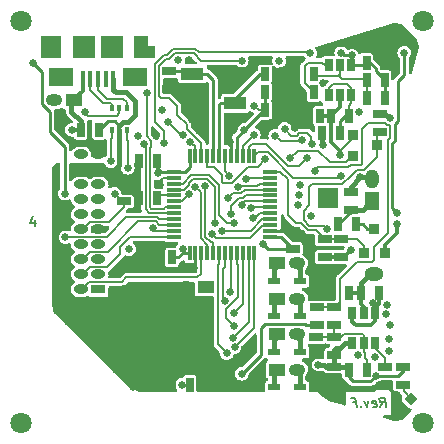
<source format=gbl>
%TF.GenerationSoftware,KiCad,Pcbnew,6.0.2-378541a8eb~116~ubuntu20.04.1*%
%TF.CreationDate,2022-03-13T20:33:59-06:00*%
%TF.ProjectId,Crazyflie contol board,4372617a-7966-46c6-9965-20636f6e746f,F*%
%TF.SameCoordinates,Original*%
%TF.FileFunction,Copper,L4,Bot*%
%TF.FilePolarity,Positive*%
%FSLAX46Y46*%
G04 Gerber Fmt 4.6, Leading zero omitted, Abs format (unit mm)*
G04 Created by KiCad (PCBNEW 6.0.2-378541a8eb~116~ubuntu20.04.1) date 2022-03-13 20:33:59*
%MOMM*%
%LPD*%
G01*
G04 APERTURE LIST*
G04 Aperture macros list*
%AMRotRect*
0 Rectangle, with rotation*
0 The origin of the aperture is its center*
0 $1 length*
0 $2 width*
0 $3 Rotation angle, in degrees counterclockwise*
0 Add horizontal line*
21,1,$1,$2,0,0,$3*%
G04 Aperture macros list end*
%ADD10C,0.200025*%
%TA.AperFunction,NonConductor*%
%ADD11C,0.200025*%
%TD*%
%TA.AperFunction,ComponentPad*%
%ADD12C,0.381000*%
%TD*%
%TA.AperFunction,SMDPad,CuDef*%
%ADD13R,1.699260X1.699260*%
%TD*%
%TA.AperFunction,ComponentPad*%
%ADD14R,1.198880X0.800100*%
%TD*%
%TA.AperFunction,ComponentPad*%
%ADD15O,1.198880X0.800100*%
%TD*%
%TA.AperFunction,ComponentPad*%
%ADD16R,1.399540X1.000760*%
%TD*%
%TA.AperFunction,ComponentPad*%
%ADD17O,1.399540X1.000760*%
%TD*%
%TA.AperFunction,ComponentPad*%
%ADD18C,1.800860*%
%TD*%
%TA.AperFunction,ComponentPad*%
%ADD19R,1.198880X1.600200*%
%TD*%
%TA.AperFunction,ComponentPad*%
%ADD20O,1.198880X1.600200*%
%TD*%
%TA.AperFunction,SMDPad,CuDef*%
%ADD21R,1.899920X1.099820*%
%TD*%
%TA.AperFunction,SMDPad,CuDef*%
%ADD22R,0.701040X1.000760*%
%TD*%
%TA.AperFunction,SMDPad,CuDef*%
%ADD23R,1.000760X0.599440*%
%TD*%
%TA.AperFunction,SMDPad,CuDef*%
%ADD24R,0.635000X1.143000*%
%TD*%
%TA.AperFunction,SMDPad,CuDef*%
%ADD25R,1.143000X0.635000*%
%TD*%
%TA.AperFunction,SMDPad,CuDef*%
%ADD26R,0.299720X1.300480*%
%TD*%
%TA.AperFunction,SMDPad,CuDef*%
%ADD27R,1.300480X0.299720*%
%TD*%
%TA.AperFunction,SMDPad,CuDef*%
%ADD28R,0.398780X0.508000*%
%TD*%
%TA.AperFunction,SMDPad,CuDef*%
%ADD29R,2.100580X1.600200*%
%TD*%
%TA.AperFunction,SMDPad,CuDef*%
%ADD30R,1.198880X1.899920*%
%TD*%
%TA.AperFunction,SMDPad,CuDef*%
%ADD31R,1.800860X1.099820*%
%TD*%
%TA.AperFunction,SMDPad,CuDef*%
%ADD32R,1.899920X1.899920*%
%TD*%
%TA.AperFunction,SMDPad,CuDef*%
%ADD33R,1.800860X1.899920*%
%TD*%
%TA.AperFunction,SMDPad,CuDef*%
%ADD34R,0.398780X1.399540*%
%TD*%
%TA.AperFunction,ComponentPad*%
%ADD35O,1.600200X1.198880*%
%TD*%
%TA.AperFunction,SMDPad,CuDef*%
%ADD36R,0.914400X0.914400*%
%TD*%
%TA.AperFunction,SMDPad,CuDef*%
%ADD37RotRect,0.797560X0.797560X225.000000*%
%TD*%
%TA.AperFunction,ViaPad*%
%ADD38C,0.635000*%
%TD*%
%TA.AperFunction,Conductor*%
%ADD39C,0.381000*%
%TD*%
%TA.AperFunction,Conductor*%
%ADD40C,0.254000*%
%TD*%
%TA.AperFunction,Conductor*%
%ADD41C,0.203200*%
%TD*%
%TA.AperFunction,Conductor*%
%ADD42C,0.152400*%
%TD*%
%TA.AperFunction,Conductor*%
%ADD43C,0.304800*%
%TD*%
%TA.AperFunction,Conductor*%
%ADD44C,0.177800*%
%TD*%
G04 APERTURE END LIST*
D10*
D11*
X124152660Y-100831650D02*
X124152660Y-101365050D01*
X123962160Y-100526850D02*
X123771660Y-101098350D01*
X124266960Y-101098350D01*
D10*
D11*
X153409197Y-116666010D02*
X153628272Y-116285010D01*
X153866397Y-116666010D02*
X153766385Y-115865910D01*
X153461585Y-115865910D01*
X153390147Y-115904010D01*
X153356810Y-115942110D01*
X153328235Y-116018310D01*
X153342522Y-116132610D01*
X153390147Y-116208810D01*
X153433010Y-116246910D01*
X153513972Y-116285010D01*
X153818772Y-116285010D01*
X152756735Y-116627910D02*
X152837697Y-116666010D01*
X152990097Y-116666010D01*
X153061535Y-116627910D01*
X153090110Y-116551710D01*
X153052010Y-116246910D01*
X153004385Y-116170710D01*
X152923422Y-116132610D01*
X152771022Y-116132610D01*
X152699585Y-116170710D01*
X152671010Y-116246910D01*
X152680535Y-116323110D01*
X153071060Y-116399310D01*
X152390022Y-116132610D02*
X152266197Y-116666010D01*
X152009022Y-116132610D01*
X151761372Y-116589810D02*
X151728035Y-116627910D01*
X151770897Y-116666010D01*
X151804235Y-116627910D01*
X151761372Y-116589810D01*
X151770897Y-116666010D01*
X151070810Y-116246910D02*
X151337510Y-116246910D01*
X151389897Y-116666010D02*
X151289885Y-115865910D01*
X150908885Y-115865910D01*
D12*
%TO.P,U8,17,TPAD*%
%TO.N,GND*%
X149499320Y-99504500D03*
X148498560Y-98503740D03*
D13*
X148998940Y-99004120D03*
D12*
X148498560Y-99504500D03*
X149499320Y-98503740D03*
X148998940Y-99004120D03*
%TD*%
D14*
%TO.P,P6,1,P1*%
%TO.N,VCC*%
X129534920Y-106718100D03*
D15*
%TO.P,P6,2,P2*%
%TO.N,/TMS*%
X128066800Y-106718100D03*
%TO.P,P6,3,P3*%
%TO.N,/EXT_I2C_SCL{slash}TX*%
X129534920Y-105448100D03*
%TO.P,P6,4,P4*%
%TO.N,/TCK*%
X128066800Y-105448100D03*
%TO.P,P6,5,P5*%
%TO.N,/EXT_I2C_SDA{slash}RX*%
X129534920Y-104178100D03*
%TO.P,P6,6,P6*%
%TO.N,/TDO*%
X128066800Y-104178100D03*
%TO.P,P6,7,P7*%
%TO.N,unconnected-(P6-Pad7)*%
X129534920Y-102908100D03*
%TO.P,P6,8,P8*%
%TO.N,/TDI*%
X128066800Y-102908100D03*
%TO.P,P6,9,P9*%
%TO.N,DGND*%
X129534920Y-101638100D03*
%TO.P,P6,10,P10*%
%TO.N,/SNRST*%
X128066800Y-101638100D03*
%TO.P,P6,11,P11*%
%TO.N,/EXT_SPI_CS*%
X129534920Y-100368100D03*
%TO.P,P6,12,P12*%
%TO.N,/EXT_SPI_MOSI*%
X128066800Y-100368100D03*
%TO.P,P6,13,P13*%
%TO.N,/EXT_SPI_SCK*%
X129534920Y-99098100D03*
%TO.P,P6,14,P14*%
%TO.N,/EXT_SPI_MISO*%
X128066800Y-99098100D03*
%TO.P,P6,15,P15*%
%TO.N,VCC*%
X129534920Y-97828100D03*
%TO.P,P6,16,P16*%
%TO.N,VCOM*%
X128066800Y-97828100D03*
%TO.P,P6,17,P17*%
%TO.N,DGND*%
X129534920Y-96558100D03*
%TO.P,P6,18,P18*%
X128066800Y-96558100D03*
%TO.P,P6,19,P19*%
%TO.N,AGND*%
X129534920Y-95288100D03*
%TO.P,P6,20,P20*%
%TO.N,VCCA*%
X128066800Y-95288100D03*
%TD*%
D16*
%TO.P,P5,1,P1*%
%TO.N,VCC*%
X138635740Y-106502200D03*
D17*
%TO.P,P5,2,PM*%
%TO.N,DGND*%
X136964420Y-106502200D03*
%TD*%
D18*
%TO.P,PCB_EDGE2,1*%
%TO.N,N/C*%
X156999940Y-84002880D03*
%TD*%
D16*
%TO.P,P8,1,P1*%
%TO.N,/POWER/VUSB*%
X127436880Y-90700860D03*
D17*
%TO.P,P8,2,PM*%
%TO.N,DGND*%
X125765560Y-90700860D03*
%TD*%
D19*
%TO.P,BT1,1,+*%
%TO.N,+BATT*%
X152699720Y-99250500D03*
D20*
%TO.P,BT1,2,-*%
%TO.N,GND*%
X152699720Y-97350580D03*
%TD*%
D18*
%TO.P,PCB_EDGE1,1*%
%TO.N,N/C*%
X122999500Y-84002880D03*
%TD*%
%TO.P,PCB_EDGE3,1*%
%TO.N,N/C*%
X156999940Y-118003320D03*
%TD*%
%TO.P,PCB_EDGE4,1*%
%TO.N,N/C*%
X122999500Y-118003320D03*
%TD*%
D21*
%TO.P,X1,1,1*%
%TO.N,Net-(C2-Pad1)*%
X137497820Y-88452960D03*
%TO.P,X1,2,GND*%
%TO.N,AGND*%
X141099540Y-88452960D03*
%TO.P,X1,3,3*%
%TO.N,Net-(C3-Pad1)*%
X141099540Y-90952320D03*
%TO.P,X1,4,GND*%
%TO.N,AGND*%
X137497820Y-90952320D03*
%TD*%
D22*
%TO.P,U7,1,IN*%
%TO.N,Net-(C31-Pad1)*%
X150947120Y-90271600D03*
%TO.P,U7,2,GND*%
%TO.N,GND*%
X149994620Y-90271600D03*
%TO.P,U7,3,EN*%
%TO.N,Net-(C31-Pad1)*%
X149042120Y-90271600D03*
%TO.P,U7,4,NR*%
%TO.N,Net-(C32-Pad1)*%
X149042120Y-87731600D03*
%TO.P,U7,5,FB*%
%TO.N,Net-(C29-Pad2)*%
X149994620Y-87731600D03*
%TO.P,U7,6,OUT*%
%TO.N,VCCA*%
X150947120Y-87731600D03*
%TD*%
%TO.P,U9,1,IN*%
%TO.N,VCOM*%
X151046180Y-108734860D03*
%TO.P,U9,2,GND*%
%TO.N,GND*%
X151998680Y-108734860D03*
%TO.P,U9,3,EN*%
%TO.N,VCOM*%
X152951180Y-108734860D03*
%TO.P,U9,4,NR*%
%TO.N,Net-(C40-Pad1)*%
X152951180Y-111274860D03*
%TO.P,U9,5,FB*%
%TO.N,Net-(C35-Pad2)*%
X151998680Y-111274860D03*
%TO.P,U9,6,OUT*%
%TO.N,VCC*%
X151046180Y-111274860D03*
%TD*%
D23*
%TO.P,D1,1*%
%TO.N,N-000051*%
X146598640Y-106004360D03*
%TO.P,D1,2*%
%TO.N,+BATT*%
X144399000Y-106004360D03*
%TD*%
%TO.P,D2,1*%
%TO.N,N-000052*%
X146598640Y-109004100D03*
%TO.P,D2,2*%
%TO.N,+BATT*%
X144399000Y-109004100D03*
%TD*%
%TO.P,D3,1*%
%TO.N,N-000011*%
X146598640Y-112003840D03*
%TO.P,D3,2*%
%TO.N,+BATT*%
X144399000Y-112003840D03*
%TD*%
%TO.P,D4,1*%
%TO.N,N-000053*%
X146598640Y-115003580D03*
%TO.P,D4,2*%
%TO.N,+BATT*%
X144399000Y-115003580D03*
%TD*%
D24*
%TO.P,C29,1*%
%TO.N,VCCA*%
X153761440Y-89001600D03*
%TO.P,C29,2*%
%TO.N,Net-(C29-Pad2)*%
X152237440Y-89001600D03*
%TD*%
%TO.P,C30,1*%
%TO.N,VCCA*%
X152237440Y-87503000D03*
%TO.P,C30,2*%
%TO.N,AGND*%
X153761440Y-87503000D03*
%TD*%
%TO.P,C31,1*%
%TO.N,Net-(C31-Pad1)*%
X150756620Y-92001340D03*
%TO.P,C31,2*%
%TO.N,GND*%
X149232620Y-92001340D03*
%TD*%
%TO.P,C32,1*%
%TO.N,Net-(C32-Pad1)*%
X147761960Y-90002360D03*
%TO.P,C32,2*%
%TO.N,AGND*%
X146237960Y-90002360D03*
%TD*%
%TO.P,C35,1*%
%TO.N,VCC*%
X150738840Y-113502440D03*
%TO.P,C35,2*%
%TO.N,Net-(C35-Pad2)*%
X152262840Y-113502440D03*
%TD*%
%TO.P,C36,1*%
%TO.N,/POWER/VUSB*%
X128038860Y-93202760D03*
%TO.P,C36,2*%
%TO.N,DGND*%
X129562860Y-93202760D03*
%TD*%
D25*
%TO.P,C37,1*%
%TO.N,VCC*%
X149499320Y-113243360D03*
%TO.P,C37,2*%
%TO.N,DGND*%
X149499320Y-114767360D03*
%TD*%
D24*
%TO.P,C38,1*%
%TO.N,VCOM*%
X153261060Y-107005120D03*
%TO.P,C38,2*%
%TO.N,GND*%
X151737060Y-107005120D03*
%TD*%
D25*
%TO.P,C39,1*%
%TO.N,+BATT*%
X150898860Y-99961700D03*
%TO.P,C39,2*%
%TO.N,GND*%
X150898860Y-98437700D03*
%TD*%
%TO.P,C40,1*%
%TO.N,Net-(C40-Pad1)*%
X153830020Y-113240820D03*
%TO.P,C40,2*%
%TO.N,DGND*%
X153830020Y-114764820D03*
%TD*%
%TO.P,C41,1*%
%TO.N,/POWER/VBAT*%
X148699220Y-102440740D03*
%TO.P,C41,2*%
%TO.N,GND*%
X148699220Y-103964740D03*
%TD*%
%TO.P,C1,1*%
%TO.N,/SNRST*%
X131699000Y-99265740D03*
%TO.P,C1,2*%
%TO.N,DGND*%
X131699000Y-97741740D03*
%TD*%
%TO.P,C2,1*%
%TO.N,Net-(C2-Pad1)*%
X135498840Y-88242140D03*
%TO.P,C2,2*%
%TO.N,AGND*%
X135498840Y-89766140D03*
%TD*%
D24*
%TO.P,C3,1*%
%TO.N,Net-(C3-Pad1)*%
X143637000Y-88506300D03*
%TO.P,C3,2*%
%TO.N,AGND*%
X145161000Y-88506300D03*
%TD*%
D25*
%TO.P,C4,1*%
%TO.N,VCC*%
X145999200Y-103266240D03*
%TO.P,C4,2*%
%TO.N,DGND*%
X145999200Y-101742240D03*
%TD*%
D24*
%TO.P,C5,1*%
%TO.N,VCC*%
X135760460Y-104002840D03*
%TO.P,C5,2*%
%TO.N,DGND*%
X134236460Y-104002840D03*
%TD*%
%TO.P,C6,1*%
%TO.N,VCC*%
X134462520Y-95803720D03*
%TO.P,C6,2*%
%TO.N,DGND*%
X132938520Y-95803720D03*
%TD*%
%TO.P,C7,1*%
%TO.N,VCCA*%
X143637000Y-91506040D03*
%TO.P,C7,2*%
%TO.N,AGND*%
X145161000Y-91506040D03*
%TD*%
%TO.P,C8,1*%
%TO.N,VCCA*%
X143637000Y-90004900D03*
%TO.P,C8,2*%
%TO.N,AGND*%
X145161000Y-90004900D03*
%TD*%
%TO.P,C14,1*%
%TO.N,VCC*%
X137261600Y-114802920D03*
%TO.P,C14,2*%
%TO.N,DGND*%
X135737600Y-114802920D03*
%TD*%
%TO.P,R19,1*%
%TO.N,AGND*%
X146738340Y-92003880D03*
%TO.P,R19,2*%
%TO.N,GND*%
X148262340Y-92003880D03*
%TD*%
%TO.P,R18,1*%
%TO.N,AGND*%
X146237960Y-88503760D03*
%TO.P,R18,2*%
%TO.N,Net-(C29-Pad2)*%
X147761960Y-88503760D03*
%TD*%
%TO.P,R17,1*%
%TO.N,Net-(C31-Pad1)*%
X149961600Y-93502480D03*
%TO.P,R17,2*%
%TO.N,VCOM*%
X148437600Y-93502480D03*
%TD*%
%TO.P,R16,1*%
%TO.N,Net-(C29-Pad2)*%
X152237440Y-90502740D03*
%TO.P,R16,2*%
%TO.N,VCCA*%
X153761440Y-90502740D03*
%TD*%
D25*
%TO.P,R20,1*%
%TO.N,Net-(C35-Pad2)*%
X149499320Y-110744000D03*
%TO.P,R20,2*%
%TO.N,VCC*%
X149499320Y-112268000D03*
%TD*%
%TO.P,R21,1*%
%TO.N,/PGOOD*%
X148000720Y-108242100D03*
%TO.P,R21,2*%
%TO.N,VCC*%
X148000720Y-109766100D03*
%TD*%
%TO.P,R23,1*%
%TO.N,Net-(C35-Pad2)*%
X149499320Y-109766100D03*
%TO.P,R23,2*%
%TO.N,/PGOOD*%
X149499320Y-108242100D03*
%TD*%
%TO.P,R28,1*%
%TO.N,DGND*%
X147998180Y-112268000D03*
%TO.P,R28,2*%
%TO.N,Net-(C35-Pad2)*%
X147998180Y-110744000D03*
%TD*%
D24*
%TO.P,R7,1*%
%TO.N,/BOOT0*%
X134462520Y-99004120D03*
%TO.P,R7,2*%
%TO.N,DGND*%
X132938520Y-99004120D03*
%TD*%
%TO.P,R29,1*%
%TO.N,DGND*%
X149237700Y-107005120D03*
%TO.P,R29,2*%
%TO.N,GND*%
X150761700Y-107005120D03*
%TD*%
%TO.P,R30,1*%
%TO.N,Net-(Q5-PadD)*%
X151361140Y-101201220D03*
%TO.P,R30,2*%
%TO.N,+BATT*%
X149837140Y-101201220D03*
%TD*%
D26*
%TO.P,U1,1,VBAT*%
%TO.N,VCC*%
X137248900Y-95402400D03*
%TO.P,U1,2,PC13/TAMPER-RTC*%
%TO.N,/EN1*%
X137749280Y-95402400D03*
%TO.P,U1,3,PC14/OSC32_IN*%
%TO.N,/INT_GA*%
X138249660Y-95402400D03*
%TO.P,U1,4,PC15/OSC32_OUT*%
%TO.N,/PGOOD*%
X138750040Y-95402400D03*
%TO.P,U1,5,OSC_IN/PD0*%
%TO.N,Net-(C2-Pad1)*%
X139250420Y-95402400D03*
%TO.P,U1,6,OSC_OUT/PD1*%
%TO.N,Net-(C3-Pad1)*%
X139750800Y-95402400D03*
%TO.P,U1,7,NRST*%
%TO.N,/SNRST*%
X140248640Y-95402400D03*
%TO.P,U1,8,VSSA*%
%TO.N,AGND*%
X140749020Y-95402400D03*
%TO.P,U1,9,VDDA*%
%TO.N,VCCA*%
X141249400Y-95402400D03*
%TO.P,U1,10,PA0/AIN0*%
%TO.N,/POWER/USB_CON*%
X141749780Y-95402400D03*
%TO.P,U1,11,PA1/AIN1*%
%TO.N,/SYSOFF*%
X142250160Y-95402400D03*
%TO.P,U1,12,PA2/AIN2*%
%TO.N,/EN2*%
X142750540Y-95402400D03*
D27*
%TO.P,U1,13,PA3/AIN3*%
%TO.N,/POWER/VBAT*%
X144099280Y-96751140D03*
%TO.P,U1,14,PA4/AIN4*%
%TO.N,/EXT_SPI_CS*%
X144099280Y-97251520D03*
%TO.P,U1,15,PA5/AIN5*%
%TO.N,/EXT_SPI_SCK*%
X144099280Y-97751900D03*
%TO.P,U1,16,PA6/AIN6*%
%TO.N,/EXT_SPI_MISO*%
X144099280Y-98252280D03*
%TO.P,U1,17,PA7/AIN7*%
%TO.N,/EXT_SPI_MOSI*%
X144099280Y-98752660D03*
%TO.P,U1,18,PB0*%
%TO.N,/MOTOR2*%
X144099280Y-99253040D03*
%TO.P,U1,19,PB1*%
%TO.N,/MOTOR1*%
X144099280Y-99750880D03*
%TO.P,U1,20,PB2/BOOT1*%
%TO.N,/CHG*%
X144099280Y-100251260D03*
%TO.P,U1,21,PB10/I2C2_SCL/U3_TX*%
%TO.N,/EXT_I2C_SCL{slash}TX*%
X144099280Y-100751640D03*
%TO.P,U1,22,PB11/I2C2_SCK/U3_RX*%
%TO.N,/EXT_I2C_SDA{slash}RX*%
X144099280Y-101252020D03*
%TO.P,U1,23,VSS_1*%
%TO.N,DGND*%
X144099280Y-101752400D03*
%TO.P,U1,24,VDD_1*%
%TO.N,VCC*%
X144099280Y-102252780D03*
D26*
%TO.P,U1,25,PB12/SPI2_NSS*%
%TO.N,/WIRELESS/W_CS*%
X142750540Y-103601520D03*
%TO.P,U1,26,PB13/SPI2_SCK*%
%TO.N,/SPI_SCK*%
X142250160Y-103601520D03*
%TO.P,U1,27,PB14/SPI2_MISO*%
%TO.N,/SPI_MISO*%
X141749780Y-103601520D03*
%TO.P,U1,28,PB15/SPI2_MOSI*%
%TO.N,/SPI_MOSI*%
X141249400Y-103601520D03*
%TO.P,U1,29,PA8/MCO*%
%TO.N,/W_CK*%
X140749020Y-103601520D03*
%TO.P,U1,30,PA9*%
%TO.N,/W_INT*%
X140248640Y-103601520D03*
%TO.P,U1,31,PA10*%
%TO.N,/W_CE*%
X139750800Y-103601520D03*
%TO.P,U1,32,PA11/USBDM*%
%TO.N,/POWER/USBD-*%
X139250420Y-103601520D03*
%TO.P,U1,33,PA12/USBDP*%
%TO.N,/POWER/USBD+*%
X138750040Y-103601520D03*
%TO.P,U1,34,PA13/JTMS*%
%TO.N,/TMS*%
X138249660Y-103601520D03*
%TO.P,U1,35,VSS_2*%
%TO.N,DGND*%
X137749280Y-103601520D03*
%TO.P,U1,36,VDD_2*%
%TO.N,VCC*%
X137248900Y-103601520D03*
D27*
%TO.P,U1,37,PA14/JTCK*%
%TO.N,/TCK*%
X135900160Y-102252780D03*
%TO.P,U1,38,PA15/JTDI*%
%TO.N,/TDI*%
X135900160Y-101752400D03*
%TO.P,U1,39,PB3/JTD0*%
%TO.N,/TDO*%
X135900160Y-101252020D03*
%TO.P,U1,40,PB4/JNTRST*%
%TO.N,/LED_RED*%
X135900160Y-100751640D03*
%TO.P,U1,41,PB5*%
%TO.N,/LED_GREEN*%
X135900160Y-100251260D03*
%TO.P,U1,42,PB6/TIM4_CH1*%
%TO.N,/I2C_SCL_VCCA*%
X135900160Y-99750880D03*
%TO.P,U1,43,PB7/TIM4_CH2*%
%TO.N,/I2C_SCK_VCCA*%
X135900160Y-99253040D03*
%TO.P,U1,44,BOOT0*%
%TO.N,/BOOT0*%
X135900160Y-98752660D03*
%TO.P,U1,45,PB8/TIM4_CH3*%
%TO.N,/MOTOR4*%
X135900160Y-98252280D03*
%TO.P,U1,46,PB9/TIM4_CH4*%
%TO.N,/MOTOR3*%
X135900160Y-97751900D03*
%TO.P,U1,47,VSS_3*%
%TO.N,DGND*%
X135900160Y-97251520D03*
%TO.P,U1,48,VDD_3*%
%TO.N,VCC*%
X135900160Y-96751140D03*
%TD*%
D16*
%TO.P,P4,1,P1*%
%TO.N,+BATT*%
X144663160Y-113502440D03*
D17*
%TO.P,P4,2,PM*%
%TO.N,Net-(D4-Pad1)*%
X146334480Y-113502440D03*
%TD*%
D16*
%TO.P,P3,1,P1*%
%TO.N,+BATT*%
X144663160Y-110502700D03*
D17*
%TO.P,P3,2,PM*%
%TO.N,Net-(D3-Pad1)*%
X146334480Y-110502700D03*
%TD*%
D16*
%TO.P,P2,1,P1*%
%TO.N,+BATT*%
X144663160Y-107502960D03*
D17*
%TO.P,P2,2,PM*%
%TO.N,Net-(D2-Pad1)*%
X146334480Y-107502960D03*
%TD*%
D16*
%TO.P,P1,1,P1*%
%TO.N,+BATT*%
X144663160Y-104503220D03*
D17*
%TO.P,P1,2,PM*%
%TO.N,Net-(D1-Pad1)*%
X146334480Y-104503220D03*
%TD*%
D25*
%TO.P,R32,1*%
%TO.N,GND*%
X150098760Y-103964740D03*
%TO.P,R32,2*%
%TO.N,/POWER/VBAT*%
X150098760Y-102440740D03*
%TD*%
D28*
%TO.P,U6,1,D1I*%
%TO.N,/POWER/USBD+*%
X131950460Y-93253560D03*
%TO.P,U6,2,GND*%
%TO.N,DGND*%
X131300220Y-93253560D03*
%TO.P,U6,3,D2I*%
%TO.N,/POWER/USBD-*%
X130649980Y-93253560D03*
%TO.P,U6,4,D2C*%
%TO.N,/POWER/D-*%
X130649980Y-91353640D03*
%TO.P,U6,5,VBUS*%
%TO.N,/POWER/USB_CON*%
X131300220Y-91353640D03*
%TO.P,U6,6,D1C*%
%TO.N,/POWER/D+*%
X131950460Y-91353640D03*
%TD*%
D29*
%TO.P,P7,*%
%TO.N,*%
X132598160Y-88752680D03*
D30*
X133149340Y-86202520D03*
D31*
X133449060Y-86601300D03*
D29*
X126400560Y-88752680D03*
D32*
X130698240Y-86202520D03*
D33*
X125498860Y-86202520D03*
D32*
X128300480Y-86202520D03*
D34*
%TO.P,P7,1,VCC*%
%TO.N,/POWER/VUSB*%
X128198880Y-88902540D03*
%TO.P,P7,2,D-*%
%TO.N,/POWER/D-*%
X128849120Y-88902540D03*
%TO.P,P7,3,D+*%
%TO.N,/POWER/D+*%
X129499360Y-88902540D03*
%TO.P,P7,4,ID*%
%TO.N,unconnected-(P7-Pad4)*%
X130149600Y-88902540D03*
%TO.P,P7,5,GND*%
%TO.N,DGND*%
X130799840Y-88902540D03*
%TD*%
D25*
%TO.P,R33,1*%
%TO.N,Net-(R33-Pad1)*%
X153400760Y-91841320D03*
%TO.P,R33,2*%
%TO.N,Net-(Q6-PadD)*%
X153400760Y-93365320D03*
%TD*%
D35*
%TO.P,P9,1,1*%
%TO.N,GND*%
X152900380Y-105402380D03*
%TD*%
D36*
%TO.P,Q5,D,D*%
%TO.N,Net-(Q5-PadD)*%
X152900380Y-101587300D03*
%TO.P,Q5,G,G*%
%TO.N,VCOM*%
X153789380Y-103619300D03*
%TO.P,Q5,S,S*%
%TO.N,/POWER/VBAT*%
X152011380Y-103619300D03*
%TD*%
%TO.P,Q6,D,D*%
%TO.N,Net-(Q6-PadD)*%
X153116280Y-94503240D03*
%TO.P,Q6,G,G*%
%TO.N,/POWER/VUSB*%
X151084280Y-95392240D03*
%TO.P,Q6,S,S*%
%TO.N,GND*%
X151084280Y-93614240D03*
%TD*%
D37*
%TO.P,D8,1,A*%
%TO.N,Net-(D8-Pad1)*%
X156028635Y-115972345D03*
%TO.P,D8,2,K*%
%TO.N,DGND*%
X154968965Y-117032015D03*
%TD*%
D25*
%TO.P,R38,1*%
%TO.N,Net-(D8-Pad1)*%
X155300680Y-114764820D03*
%TO.P,R38,2*%
%TO.N,VCC*%
X155300680Y-113240820D03*
%TD*%
D38*
%TO.N,/EXT_SPI_CS*%
X142062200Y-97373440D03*
%TO.N,/EXT_SPI_MISO*%
X140530580Y-99001580D03*
%TO.N,/EXT_SPI_MOSI*%
X140764260Y-100357940D03*
%TO.N,/EXT_SPI_SCK*%
X141376400Y-98008440D03*
%TO.N,/LED_GREEN*%
X135069580Y-94282260D03*
X147480020Y-86702900D03*
X133370320Y-94414340D03*
%TO.N,/LED_RED*%
X126748540Y-102293420D03*
%TO.N,/MOTOR1*%
X142468600Y-99842320D03*
%TO.N,/MOTOR2*%
X141678660Y-99562920D03*
%TO.N,/MOTOR3*%
X141048740Y-101122480D03*
%TO.N,/MOTOR4*%
X139420600Y-101064060D03*
%TO.N,/POWER/USBD+*%
X137739120Y-98013520D03*
X132019040Y-96423480D03*
%TO.N,/POWER/USBD-*%
X138549380Y-97993200D03*
X130589020Y-95844360D03*
%TO.N,/POWER/USB_CON*%
X128369060Y-91704160D03*
X142699740Y-93604080D03*
X136730740Y-93652340D03*
X135399780Y-92532200D03*
%TO.N,/POWER/VUSB*%
X127299720Y-93202760D03*
X147520660Y-100462080D03*
X145798540Y-95613220D03*
%TO.N,/SNRST*%
X130898900Y-98602800D03*
X140614400Y-97129600D03*
%TO.N,/TDI*%
X134162800Y-101549200D03*
%TO.N,/WIRELESS/W_CS*%
X141058900Y-111602520D03*
%TO.N,AGND*%
X140639800Y-94272100D03*
X154500580Y-86502240D03*
X137500360Y-92402660D03*
X142570200Y-87472520D03*
X153700480Y-86304120D03*
X153098500Y-86903560D03*
X137200640Y-87302340D03*
X146149060Y-93022420D03*
X146210020Y-87282020D03*
X134399020Y-93703140D03*
X138069320Y-93332300D03*
X148569680Y-89263220D03*
%TO.N,DGND*%
X125999240Y-107002580D03*
X134698740Y-106603800D03*
X134000240Y-107502960D03*
X125999240Y-104002840D03*
X130898900Y-107302300D03*
X129799080Y-109702600D03*
X140700760Y-114802920D03*
X134000240Y-113502440D03*
X131330700Y-105183940D03*
X131998720Y-113502440D03*
X135900160Y-113703100D03*
X135600440Y-107502960D03*
X137500360Y-110103920D03*
X148069300Y-115072160D03*
X130898900Y-109402880D03*
X125999240Y-108503720D03*
X137899140Y-111503460D03*
X132999480Y-113502440D03*
X148998940Y-105402380D03*
X132999480Y-106603800D03*
X127000000Y-108503720D03*
X128000760Y-108503720D03*
X131599940Y-106702860D03*
X132499100Y-115003580D03*
X132199380Y-107302300D03*
X125999240Y-105503980D03*
X131000500Y-113502440D03*
X127000000Y-109501940D03*
X135699500Y-109202220D03*
X148770340Y-115514120D03*
X136598660Y-111503460D03*
X130898900Y-108503720D03*
X129999740Y-108503720D03*
X128998980Y-108503720D03*
X148000720Y-111653320D03*
X134708900Y-97911920D03*
X148198840Y-105102660D03*
X128498600Y-109501940D03*
X137640060Y-104874060D03*
X139499340Y-113002060D03*
X134698740Y-108503720D03*
%TO.N,GND*%
X151500840Y-112303560D03*
X154200860Y-109702600D03*
X150898860Y-103403400D03*
X152930860Y-112463580D03*
X151698960Y-97203260D03*
X150009860Y-95354140D03*
X153898600Y-108803440D03*
X154000200Y-108003340D03*
%TO.N,/EXT_I2C_SCL{slash}TX*%
X139974320Y-101744780D03*
%TO.N,/EXT_I2C_SDA{slash}RX*%
X139176760Y-102003860D03*
%TO.N,Net-(Q6-PadD)*%
X148899880Y-101602540D03*
%TO.N,/I2C_SCK_VCCA*%
X137238740Y-98643440D03*
%TO.N,/I2C_SCL_VCCA*%
X133609080Y-90103960D03*
%TO.N,/PGOOD*%
X143629380Y-95709740D03*
X147858480Y-96664780D03*
%TO.N,/SYSOFF*%
X147185380Y-95590360D03*
%TO.N,Net-(R33-Pad1)*%
X154259280Y-92179140D03*
%TO.N,/EN1*%
X137312400Y-94218760D03*
%TO.N,/INT_GA*%
X141671040Y-87340440D03*
%TO.N,VCC*%
X141678660Y-113863120D03*
X153070560Y-114002820D03*
X136588500Y-114802920D03*
X143499840Y-102903020D03*
X155430220Y-86669880D03*
X132120640Y-103284020D03*
X123959620Y-87523320D03*
X134548880Y-96862900D03*
X148160740Y-113073180D03*
X154800300Y-100233480D03*
X136679940Y-103263700D03*
X126700280Y-98602800D03*
%TO.N,VCCA*%
X136298940Y-87302340D03*
X134899400Y-91503500D03*
X151000460Y-86903560D03*
X142748000Y-91152980D03*
X141899640Y-93202760D03*
X132900420Y-93703140D03*
X144830800Y-87393780D03*
X150098760Y-86702900D03*
X151599900Y-91704160D03*
%TO.N,VCOM*%
X154099260Y-111902240D03*
X148508720Y-94493080D03*
X146428460Y-99522280D03*
X154800300Y-101203760D03*
X152760680Y-107853480D03*
X146570700Y-97904300D03*
X154099260Y-110904020D03*
X146489420Y-98701860D03*
%TO.N,/CHG*%
X142590520Y-100644960D03*
%TO.N,/SPI_SCK*%
X140898880Y-110802420D03*
%TO.N,/SPI_MISO*%
X141000480Y-108701840D03*
%TO.N,/SPI_MOSI*%
X141000480Y-109804200D03*
%TO.N,/W_CK*%
X140680440Y-106903520D03*
%TO.N,/W_INT*%
X140220700Y-107662980D03*
%TO.N,/W_CE*%
X140398500Y-112102900D03*
%TO.N,/EN2*%
X150080980Y-97073720D03*
%TO.N,unconnected-(U3-Pad6)*%
X146799300Y-94084140D03*
X144500600Y-93713300D03*
%TO.N,unconnected-(U3-Pad7)*%
X147599400Y-94363540D03*
X145300700Y-93103700D03*
%TD*%
D39*
%TO.N,+BATT*%
X144399000Y-104968040D02*
X144863820Y-104503220D01*
X144399000Y-106004360D02*
X144399000Y-104968040D01*
X144399000Y-113967260D02*
X144863820Y-113502440D01*
X144399000Y-107967780D02*
X144863820Y-107502960D01*
X144399000Y-110967520D02*
X144863820Y-110502700D01*
X144399000Y-112003840D02*
X144399000Y-110967520D01*
X144399000Y-109004100D02*
X144399000Y-107967780D01*
X151937720Y-99961700D02*
X152699720Y-99049840D01*
X150898860Y-99961700D02*
X151937720Y-99961700D01*
D40*
X150898860Y-100139500D02*
X149837140Y-101201220D01*
D39*
X144399000Y-115003580D02*
X144399000Y-113967260D01*
D40*
X150898860Y-99961700D02*
X150898860Y-100139500D01*
D41*
%TO.N,/BOOT0*%
X135900160Y-98752660D02*
X134713980Y-98752660D01*
X134713980Y-98752660D02*
X134462520Y-99004120D01*
D40*
%TO.N,Net-(C2-Pad1)*%
X135498840Y-88242140D02*
X137287000Y-88242140D01*
X137287000Y-88242140D02*
X137497820Y-88452960D01*
X138734800Y-88452960D02*
X137497820Y-88452960D01*
X139250420Y-88968580D02*
X138734800Y-88452960D01*
X139250420Y-95402400D02*
X139250420Y-88968580D01*
%TO.N,Net-(C3-Pad1)*%
X141099540Y-90952320D02*
X139862560Y-90952320D01*
X139862560Y-90952320D02*
X139750800Y-91064080D01*
X139750800Y-91064080D02*
X139750800Y-95402400D01*
X143197580Y-88506300D02*
X143637000Y-88506300D01*
X141099540Y-90604340D02*
X143197580Y-88506300D01*
X141099540Y-90952320D02*
X141099540Y-90604340D01*
D41*
%TO.N,/EXT_SPI_CS*%
X142184120Y-97251520D02*
X142062200Y-97373440D01*
X144099280Y-97251520D02*
X142184120Y-97251520D01*
%TO.N,/EXT_SPI_MISO*%
X141638020Y-98590100D02*
X140942060Y-98590100D01*
X144033240Y-98318320D02*
X141909800Y-98318320D01*
X140942060Y-98590100D02*
X140530580Y-99001580D01*
X141909800Y-98318320D02*
X141638020Y-98590100D01*
X144099280Y-98252280D02*
X144033240Y-98318320D01*
%TO.N,/EXT_SPI_MOSI*%
X141465300Y-98953320D02*
X140764260Y-99654360D01*
X141991080Y-98752660D02*
X141790420Y-98953320D01*
X140764260Y-99654360D02*
X140764260Y-100357940D01*
X144099280Y-98752660D02*
X141991080Y-98752660D01*
X141790420Y-98953320D02*
X141465300Y-98953320D01*
%TO.N,/EXT_SPI_SCK*%
X143187420Y-97751900D02*
X142984220Y-97955100D01*
X144099280Y-97751900D02*
X143187420Y-97751900D01*
X142984220Y-97955100D02*
X141429740Y-97955100D01*
X141429740Y-97955100D02*
X141376400Y-98008440D01*
%TO.N,/LED_GREEN*%
X137746740Y-86342220D02*
X135856980Y-86342220D01*
X138033760Y-86629240D02*
X137746740Y-86342220D01*
X134299960Y-87663020D02*
X134299960Y-92532200D01*
X135069580Y-93301820D02*
X135069580Y-94282260D01*
X134797800Y-100251260D02*
X134769860Y-100223320D01*
X134769860Y-100223320D02*
X133832600Y-100223320D01*
X147406360Y-86629240D02*
X138033760Y-86629240D01*
X147480020Y-86702900D02*
X147406360Y-86629240D01*
X134299960Y-92532200D02*
X135069580Y-93301820D01*
X135900160Y-100251260D02*
X134797800Y-100251260D01*
X135120380Y-86842600D02*
X134299960Y-87663020D01*
X133832600Y-100223320D02*
X133527800Y-99918520D01*
X135356600Y-86842600D02*
X135120380Y-86842600D01*
X135856980Y-86342220D02*
X135356600Y-86842600D01*
X133527800Y-94571820D02*
X133370320Y-94414340D01*
X133527800Y-99918520D02*
X133527800Y-94571820D01*
%TO.N,/LED_RED*%
X135900160Y-100751640D02*
X134696200Y-100751640D01*
X134533640Y-100589080D02*
X131914900Y-100589080D01*
D42*
X130228340Y-102273100D02*
X127210820Y-102273100D01*
D41*
X126768860Y-102273100D02*
X126748540Y-102293420D01*
D42*
X131914900Y-100589080D02*
X131912360Y-100589080D01*
D41*
X134696200Y-100751640D02*
X134533640Y-100589080D01*
X127210820Y-102273100D02*
X126768860Y-102273100D01*
X131912360Y-100589080D02*
X130228340Y-102273100D01*
%TO.N,/MOTOR1*%
X144099280Y-99750880D02*
X142560040Y-99750880D01*
X142560040Y-99750880D02*
X142468600Y-99842320D01*
%TO.N,/MOTOR2*%
X141988540Y-99253040D02*
X141678660Y-99562920D01*
X144099280Y-99253040D02*
X141988540Y-99253040D01*
%TO.N,/MOTOR3*%
X138917680Y-97033080D02*
X139781280Y-97896680D01*
X140459460Y-101122480D02*
X141048740Y-101122480D01*
X139781280Y-100444300D02*
X140459460Y-101122480D01*
X136664700Y-97751900D02*
X137383520Y-97033080D01*
X137383520Y-97033080D02*
X138917680Y-97033080D01*
X139781280Y-97896680D02*
X139781280Y-100444300D01*
X135900160Y-97751900D02*
X136664700Y-97751900D01*
%TO.N,/MOTOR4*%
X139420600Y-98044000D02*
X139420600Y-101064060D01*
X137180320Y-97741740D02*
X137528300Y-97393760D01*
X136761220Y-98252280D02*
X137180320Y-97833180D01*
X138770360Y-97393760D02*
X139420600Y-98044000D01*
X135900160Y-98252280D02*
X136761220Y-98252280D01*
X137528300Y-97393760D02*
X138770360Y-97393760D01*
X137180320Y-97833180D02*
X137180320Y-97741740D01*
%TO.N,Net-(C29-Pad2)*%
X152138380Y-88902540D02*
X152237440Y-89001600D01*
X149994620Y-88437720D02*
X149994620Y-88696800D01*
X149819360Y-88612980D02*
X147871180Y-88612980D01*
X150200360Y-88902540D02*
X152138380Y-88902540D01*
X152237440Y-89001600D02*
X152237440Y-90502740D01*
X149994620Y-87731600D02*
X149994620Y-88437720D01*
X149994620Y-88437720D02*
X149819360Y-88612980D01*
X147871180Y-88612980D02*
X147761960Y-88503760D01*
X149994620Y-88696800D02*
X150200360Y-88902540D01*
%TO.N,/POWER/D+*%
X131950460Y-90883740D02*
X131620260Y-90553540D01*
X130230880Y-90553540D02*
X129499360Y-89822020D01*
X129499360Y-89822020D02*
X129499360Y-88902540D01*
X131950460Y-91353640D02*
X131950460Y-90883740D01*
X131620260Y-90553540D02*
X130230880Y-90553540D01*
%TO.N,/POWER/D-*%
X128849120Y-89832180D02*
X128849120Y-88902540D01*
X130649980Y-91013280D02*
X130550920Y-90914220D01*
X129931160Y-90914220D02*
X128849120Y-89832180D01*
X130550920Y-90914220D02*
X129931160Y-90914220D01*
X130649980Y-91353640D02*
X130649980Y-91013280D01*
%TO.N,Net-(C31-Pad1)*%
X150756620Y-91145360D02*
X150756620Y-92001340D01*
X149042120Y-90271600D02*
X149042120Y-89659460D01*
D40*
X150756620Y-92001340D02*
X150401020Y-92001340D01*
D41*
X149042120Y-89659460D02*
X149397720Y-89303860D01*
X150947120Y-89651840D02*
X150947120Y-90271600D01*
X149397720Y-89303860D02*
X150599140Y-89303860D01*
X150599140Y-89303860D02*
X150947120Y-89651840D01*
X150947120Y-90271600D02*
X150947120Y-90954860D01*
X150947120Y-90954860D02*
X150756620Y-91145360D01*
D40*
X150401020Y-92001340D02*
X149961600Y-92440760D01*
X149961600Y-92440760D02*
X149961600Y-93502480D01*
D41*
%TO.N,Net-(C32-Pad1)*%
X148498560Y-87503000D02*
X147299680Y-87503000D01*
X146999960Y-87802720D02*
X146999960Y-89240360D01*
X147299680Y-87503000D02*
X146999960Y-87802720D01*
X148727160Y-87731600D02*
X148498560Y-87503000D01*
X149042120Y-87731600D02*
X148727160Y-87731600D01*
X146999960Y-89240360D02*
X147761960Y-90002360D01*
%TO.N,Net-(C35-Pad2)*%
X152100280Y-112483900D02*
X152262840Y-112646460D01*
X152100280Y-112074960D02*
X152100280Y-112483900D01*
X151998680Y-111274860D02*
X151998680Y-111973360D01*
X151998680Y-111274860D02*
X151998680Y-110604300D01*
X150352760Y-110500160D02*
X150108920Y-110744000D01*
X147998180Y-110744000D02*
X149499320Y-110744000D01*
X150357840Y-110500160D02*
X150352760Y-110500160D01*
X151998680Y-110604300D02*
X151838660Y-110444280D01*
X151998680Y-111973360D02*
X152100280Y-112074960D01*
X152262840Y-112646460D02*
X152262840Y-113502440D01*
X149499320Y-109766100D02*
X149499320Y-110744000D01*
X151838660Y-110444280D02*
X150413720Y-110444280D01*
X150413720Y-110444280D02*
X150357840Y-110500160D01*
X150108920Y-110744000D02*
X149499320Y-110744000D01*
%TO.N,Net-(C40-Pad1)*%
X152951180Y-111274860D02*
X152951180Y-111635540D01*
X153830020Y-112514380D02*
X153830020Y-113240820D01*
X152951180Y-111635540D02*
X153830020Y-112514380D01*
%TO.N,/POWER/USBD+*%
X138229340Y-102397560D02*
X138750040Y-102918260D01*
X132019040Y-94122240D02*
X131950460Y-94053660D01*
X138750040Y-102918260D02*
X138750040Y-103601520D01*
X132019040Y-96423480D02*
X132019040Y-94122240D01*
X138229340Y-98503740D02*
X138229340Y-102397560D01*
X137739120Y-98013520D02*
X138229340Y-98503740D01*
X131950460Y-93253560D02*
X131950460Y-94053660D01*
%TO.N,/POWER/USBD-*%
X139250420Y-102689660D02*
X139029440Y-102689660D01*
X139250420Y-103601520D02*
X139250420Y-102689660D01*
X130649980Y-93853000D02*
X130649980Y-93253560D01*
X138590020Y-102250240D02*
X138590020Y-98033840D01*
X130589020Y-93913960D02*
X130649980Y-93853000D01*
X130589020Y-95844360D02*
X130589020Y-93913960D01*
X139029440Y-102689660D02*
X138590020Y-102250240D01*
X138590020Y-98033840D02*
X138549380Y-97993200D01*
%TO.N,/POWER/USB_CON*%
X128668780Y-92003880D02*
X128369060Y-91704160D01*
X131300220Y-91782900D02*
X131300220Y-91353640D01*
X136519920Y-93652340D02*
X136730740Y-93652340D01*
X131079240Y-92003880D02*
X128668780Y-92003880D01*
X141749780Y-94554040D02*
X142699740Y-93604080D01*
X141749780Y-95402400D02*
X141749780Y-94554040D01*
X135399780Y-92532200D02*
X136519920Y-93652340D01*
X131300220Y-91782900D02*
X131079240Y-92003880D01*
%TO.N,/POWER/VBAT*%
X146298920Y-101102160D02*
X145600420Y-100403660D01*
X147962620Y-101704140D02*
X147253960Y-101704140D01*
X148699220Y-102440740D02*
X147962620Y-101704140D01*
X144947640Y-96751140D02*
X145600420Y-97403920D01*
X144947640Y-96751140D02*
X144099280Y-96751140D01*
X152011380Y-103014780D02*
X151437340Y-102440740D01*
X151437340Y-102440740D02*
X150098760Y-102440740D01*
X146651980Y-101102160D02*
X146298920Y-101102160D01*
X145600420Y-97403920D02*
X145600420Y-100403660D01*
X152011380Y-103619300D02*
X152011380Y-103014780D01*
X147253960Y-101704140D02*
X146651980Y-101102160D01*
X150098760Y-102440740D02*
X148699220Y-102440740D01*
%TO.N,/POWER/VUSB*%
X149120860Y-95961200D02*
X148142960Y-94983300D01*
D43*
X127398780Y-90700860D02*
X127236220Y-90700860D01*
D41*
X151084280Y-95392240D02*
X150515320Y-95961200D01*
X150515320Y-95961200D02*
X149120860Y-95961200D01*
D43*
X128198880Y-89900760D02*
X127398780Y-90700860D01*
D41*
X146428460Y-94983300D02*
X145798540Y-95613220D01*
X148142960Y-94983300D02*
X146428460Y-94983300D01*
D43*
X128198880Y-88902540D02*
X128198880Y-89900760D01*
D39*
X127233680Y-91686380D02*
X127236220Y-90700860D01*
X128038860Y-92491560D02*
X127233680Y-91686380D01*
X128038860Y-93202760D02*
X128038860Y-92491560D01*
D43*
X128038860Y-93202760D02*
X127299720Y-93202760D01*
D41*
%TO.N,/SNRST*%
X131699000Y-99705160D02*
X130401060Y-101003100D01*
D42*
X130398520Y-101003100D02*
X128800860Y-101003100D01*
D41*
X131561840Y-99265740D02*
X131699000Y-99265740D01*
D42*
X128800860Y-101003100D02*
X128165860Y-101638100D01*
D41*
X130401060Y-101003100D02*
X130398520Y-101003100D01*
X140248640Y-95402400D02*
X140248640Y-96725740D01*
X131699000Y-99265740D02*
X131699000Y-99705160D01*
X140614400Y-97091500D02*
X140614400Y-97129600D01*
X140248640Y-96725740D02*
X140614400Y-97091500D01*
X130898900Y-98602800D02*
X131561840Y-99265740D01*
%TO.N,/TCK*%
X131399280Y-103703120D02*
X131399280Y-103103680D01*
X132250180Y-102252780D02*
X135900160Y-102252780D01*
X131399280Y-103103680D02*
X132250180Y-102252780D01*
X128165860Y-105448100D02*
X128800860Y-104813100D01*
D42*
X128800860Y-104813100D02*
X130289300Y-104813100D01*
D41*
X130289300Y-104813100D02*
X131399280Y-103703120D01*
%TO.N,/TDI*%
X134366000Y-101752400D02*
X134162800Y-101549200D01*
X135900160Y-101752400D02*
X134366000Y-101752400D01*
%TO.N,/TDO*%
X134688580Y-101252020D02*
X135900160Y-101252020D01*
X132905500Y-100949760D02*
X134386320Y-100949760D01*
X134386320Y-100949760D02*
X134688580Y-101252020D01*
X128165860Y-104178100D02*
X128800860Y-103543100D01*
D42*
X128800860Y-103543100D02*
X130312160Y-103543100D01*
D41*
X130312160Y-103543100D02*
X132905500Y-100949760D01*
%TO.N,/TMS*%
X128165860Y-106718100D02*
X128709420Y-106083100D01*
X138249660Y-105374440D02*
X138249660Y-103601520D01*
X137922000Y-105702100D02*
X138249660Y-105374440D01*
X131899660Y-105702100D02*
X137922000Y-105702100D01*
X131518660Y-106083100D02*
X131899660Y-105702100D01*
X130510280Y-106083100D02*
X131518660Y-106083100D01*
D42*
X128709420Y-106083100D02*
X130510280Y-106083100D01*
D41*
%TO.N,Net-(D8-Pad1)*%
X155300680Y-114764820D02*
X155399740Y-115341400D01*
X155399740Y-115341400D02*
X156029660Y-115971320D01*
D39*
%TO.N,Net-(D1-Pad1)*%
X146598640Y-106004360D02*
X146598640Y-104968040D01*
X146598640Y-104968040D02*
X146133820Y-104503220D01*
D41*
%TO.N,/WIRELESS/W_CS*%
X142750540Y-104513380D02*
X142687040Y-104576880D01*
X142750540Y-103601520D02*
X142750540Y-104513380D01*
X142687040Y-104576880D02*
X142687040Y-109974380D01*
X142687040Y-109974380D02*
X141058900Y-111602520D01*
D39*
%TO.N,Net-(D2-Pad1)*%
X146598640Y-109004100D02*
X146598640Y-107967780D01*
X146598640Y-107967780D02*
X146133820Y-107502960D01*
D40*
%TO.N,AGND*%
X137497820Y-90952320D02*
X137497820Y-92400120D01*
X145161000Y-88506300D02*
X146235420Y-88506300D01*
X136964420Y-89766140D02*
X135498840Y-89766140D01*
X146149060Y-93022420D02*
X146738340Y-92433140D01*
X137497820Y-90952320D02*
X137497820Y-90299540D01*
X145161000Y-90004900D02*
X145161000Y-91506040D01*
X137497820Y-90299540D02*
X136964420Y-89766140D01*
X137497820Y-92400120D02*
X137500360Y-92402660D01*
X141589760Y-88452960D02*
X142570200Y-87472520D01*
X140749020Y-94381320D02*
X140639800Y-94272100D01*
X153761440Y-87503000D02*
X153761440Y-86365080D01*
X146738340Y-92433140D02*
X146738340Y-92003880D01*
X153761440Y-86365080D02*
X153700480Y-86304120D01*
X153761440Y-87464900D02*
X153761440Y-87503000D01*
X145161000Y-88506300D02*
X145161000Y-90004900D01*
X141099540Y-88452960D02*
X141589760Y-88452960D01*
X146235420Y-88506300D02*
X146237960Y-88503760D01*
X140749020Y-95402400D02*
X140749020Y-94381320D01*
X153098500Y-86903560D02*
X153761440Y-87464900D01*
X146237960Y-88503760D02*
X146237960Y-90002360D01*
X146210020Y-87282020D02*
X146237960Y-87309960D01*
X146237960Y-87309960D02*
X146237960Y-88503760D01*
%TO.N,DGND*%
X130898900Y-108503720D02*
X130898900Y-107302300D01*
X153497280Y-114767360D02*
X153830020Y-114764820D01*
X135900160Y-113703100D02*
X135737600Y-113865660D01*
X148198840Y-104952800D02*
X146979640Y-103733600D01*
D39*
X131998720Y-92504260D02*
X131648200Y-92504260D01*
D40*
X132900420Y-106702860D02*
X131599940Y-106702860D01*
X132999480Y-106603800D02*
X132900420Y-106702860D01*
D39*
X149499320Y-114785140D02*
X148770340Y-115514120D01*
D40*
X130944620Y-96558100D02*
X129435860Y-96558100D01*
X147998180Y-112268000D02*
X147998180Y-111655860D01*
X149237700Y-107005120D02*
X149237700Y-105641140D01*
X131300220Y-92854780D02*
X130898900Y-92453460D01*
X127000000Y-108503720D02*
X128000760Y-108503720D01*
D39*
X130799840Y-88902540D02*
X130799840Y-89811860D01*
D40*
X130898900Y-92453460D02*
X130312160Y-92453460D01*
D39*
X132600700Y-91902280D02*
X132600700Y-90733880D01*
D40*
X148198840Y-105102660D02*
X148198840Y-104952800D01*
X148498560Y-105402380D02*
X148198840Y-105102660D01*
X132199380Y-107302300D02*
X134000240Y-107502960D01*
D41*
X135900160Y-97251520D02*
X134990840Y-97251520D01*
D40*
X131699000Y-97741740D02*
X132687060Y-97741740D01*
D39*
X131300220Y-92854780D02*
X131300220Y-92852240D01*
D40*
X145989040Y-101752400D02*
X145999200Y-101742240D01*
X147480020Y-114482880D02*
X148069300Y-115072160D01*
X146979640Y-103733600D02*
X146979640Y-101973380D01*
X131998720Y-113502440D02*
X132999480Y-113502440D01*
X146748500Y-101742240D02*
X145999200Y-101742240D01*
X132499100Y-115003580D02*
X131000500Y-113502440D01*
X144099280Y-101752400D02*
X145989040Y-101752400D01*
D39*
X132600700Y-91902280D02*
X131998720Y-92504260D01*
X149499320Y-114767360D02*
X149499320Y-114785140D01*
D40*
X132511800Y-104002840D02*
X131330700Y-105183940D01*
X153830020Y-114764820D02*
X153207720Y-114764820D01*
X146979640Y-101973380D02*
X146748500Y-101742240D01*
X129799080Y-109702600D02*
X130098800Y-109402880D01*
X135600440Y-107502960D02*
X134701280Y-106603800D01*
X132687060Y-97741740D02*
X132938520Y-97993200D01*
X134236460Y-104002840D02*
X132511800Y-104002840D01*
X135737600Y-113865660D02*
X135737600Y-114802920D01*
X128998980Y-108503720D02*
X129999740Y-108503720D01*
D39*
X131300220Y-93253560D02*
X131300220Y-96202500D01*
D40*
X153207720Y-114764820D02*
X152768300Y-115204240D01*
X154967940Y-117033040D02*
X154967940Y-115902740D01*
X154721560Y-117279420D02*
X154967940Y-117033040D01*
X131300220Y-96202500D02*
X130944620Y-96558100D01*
D39*
X131648200Y-92504260D02*
X131300220Y-92852240D01*
D40*
X130312160Y-92453460D02*
X129562860Y-93202760D01*
X131300220Y-93253560D02*
X131300220Y-92854780D01*
X128498600Y-109501940D02*
X127000000Y-109501940D01*
X134701280Y-106603800D02*
X134698740Y-106603800D01*
X149237700Y-105641140D02*
X148998940Y-105402380D01*
X132938520Y-95803720D02*
X132938520Y-97993200D01*
X147480020Y-112742980D02*
X147480020Y-114482880D01*
X153497280Y-114767360D02*
X153830020Y-114764820D01*
X154721560Y-117279420D02*
X154967940Y-117033040D01*
X147955000Y-112268000D02*
X147480020Y-112742980D01*
D39*
X131869180Y-90002360D02*
X130990340Y-90002360D01*
D40*
X148998940Y-105402380D02*
X148498560Y-105402380D01*
X130098800Y-109402880D02*
X130898900Y-109402880D01*
X147998180Y-111655860D02*
X148000720Y-111653320D01*
D39*
X130990340Y-90002360D02*
X130799840Y-89811860D01*
D41*
X134990840Y-97251520D02*
X134708900Y-97533460D01*
D40*
X125999240Y-105503980D02*
X125999240Y-104002840D01*
X154967940Y-115902740D02*
X153830020Y-114764820D01*
X147998180Y-112268000D02*
X147955000Y-112268000D01*
X135397240Y-109202220D02*
X135699500Y-109202220D01*
X137749280Y-104764840D02*
X137640060Y-104874060D01*
X134698740Y-108503720D02*
X135397240Y-109202220D01*
X150571200Y-115204240D02*
X150134320Y-114767360D01*
X125999240Y-108503720D02*
X125999240Y-107002580D01*
D39*
X132600700Y-90733880D02*
X131869180Y-90002360D01*
D41*
X134708900Y-97533460D02*
X134708900Y-97911920D01*
D40*
X132999480Y-113502440D02*
X134000240Y-113502440D01*
X150134320Y-114767360D02*
X149499320Y-114767360D01*
X152768300Y-115204240D02*
X150571200Y-115204240D01*
X137749280Y-103601520D02*
X137749280Y-104764840D01*
X132938520Y-97993200D02*
X132938520Y-99004120D01*
D39*
%TO.N,GND*%
X152499060Y-105402380D02*
X152900380Y-105402380D01*
D43*
X150337520Y-103964740D02*
X150898860Y-103403400D01*
D41*
X150009860Y-95003620D02*
X150009860Y-95354140D01*
D43*
X149994620Y-90271600D02*
X149994620Y-91239340D01*
X150098760Y-103964740D02*
X148699220Y-103964740D01*
X151737060Y-107005120D02*
X150761700Y-107005120D01*
X151737060Y-107939840D02*
X151998680Y-108201460D01*
D41*
X151084280Y-93916500D02*
X150009860Y-94990920D01*
D43*
X149232620Y-92001340D02*
X149232620Y-94226380D01*
X151899620Y-108803440D02*
X151998680Y-108734860D01*
D39*
X151698960Y-97203260D02*
X152351740Y-97203260D01*
X151737060Y-107005120D02*
X151737060Y-106164380D01*
D43*
X151998680Y-108734860D02*
X151968200Y-108734860D01*
D41*
X150009860Y-94990920D02*
X150009860Y-95003620D01*
D43*
X151737060Y-107005120D02*
X151737060Y-107939840D01*
D39*
X152351740Y-97203260D02*
X152699720Y-97551240D01*
D43*
X149232620Y-94226380D02*
X150009860Y-95003620D01*
X148264880Y-92001340D02*
X148262340Y-92003880D01*
X151968200Y-108734860D02*
X151899620Y-108803440D01*
X149232620Y-92001340D02*
X148264880Y-92001340D01*
X151998680Y-108201460D02*
X151998680Y-108734860D01*
D39*
X151737060Y-106164380D02*
X152499060Y-105402380D01*
X150898860Y-98437700D02*
X150898860Y-98003360D01*
X150898860Y-98003360D02*
X151698960Y-97203260D01*
D43*
X150098760Y-103964740D02*
X150337520Y-103964740D01*
X149994620Y-91239340D02*
X149232620Y-92001340D01*
D41*
X151084280Y-93614240D02*
X151084280Y-93916500D01*
D39*
%TO.N,Net-(D3-Pad1)*%
X146598640Y-110967520D02*
X146133820Y-110502700D01*
X146598640Y-112003840D02*
X146598640Y-110967520D01*
%TO.N,Net-(D4-Pad1)*%
X146598640Y-113967260D02*
X146133820Y-113502440D01*
X146598640Y-115003580D02*
X146598640Y-113967260D01*
D41*
%TO.N,/EXT_I2C_SCL{slash}TX*%
X139974320Y-101744780D02*
X142420340Y-101744780D01*
X143413480Y-100751640D02*
X144099280Y-100751640D01*
X142420340Y-101744780D02*
X143413480Y-100751640D01*
%TO.N,/EXT_I2C_SDA{slash}RX*%
X143428720Y-101252020D02*
X144099280Y-101252020D01*
X142356840Y-102323900D02*
X143428720Y-101252020D01*
X139496800Y-102323900D02*
X142356840Y-102323900D01*
X139176760Y-102003860D02*
X139496800Y-102323900D01*
D40*
%TO.N,Net-(Q5-PadD)*%
X152288240Y-101587300D02*
X152900380Y-101587300D01*
X151902160Y-101201220D02*
X152288240Y-101587300D01*
X151361140Y-101201220D02*
X151902160Y-101201220D01*
D41*
%TO.N,Net-(Q6-PadD)*%
X147609560Y-97792540D02*
X147398740Y-98003360D01*
X153116280Y-93482160D02*
X153400760Y-93365320D01*
X151399240Y-96603820D02*
X151988520Y-96603820D01*
X150200360Y-97792540D02*
X147609560Y-97792540D01*
X150898860Y-97094040D02*
X150909020Y-97094040D01*
X148640800Y-101343460D02*
X148899880Y-101602540D01*
X150909020Y-97094040D02*
X151399240Y-96603820D01*
X153116280Y-94503240D02*
X153116280Y-95476060D01*
X147398740Y-98003360D02*
X147398740Y-99603560D01*
X147401280Y-101343460D02*
X148640800Y-101343460D01*
X152999440Y-93365320D02*
X153116280Y-93482160D01*
X153116280Y-93548200D02*
X153400760Y-93365320D01*
X153400760Y-93365320D02*
X152999440Y-93365320D01*
X151988520Y-96603820D02*
X153116280Y-95476060D01*
X150200360Y-97792540D02*
X150898860Y-97094040D01*
X146900900Y-100101400D02*
X146900900Y-100843080D01*
X153116280Y-94503240D02*
X153116280Y-93548200D01*
X146900900Y-100843080D02*
X147401280Y-101343460D01*
X147398740Y-99603560D02*
X146900900Y-100101400D01*
%TO.N,/I2C_SCK_VCCA*%
X135900160Y-99253040D02*
X136629140Y-99253040D01*
X137238740Y-98643440D02*
X136629140Y-99253040D01*
%TO.N,/I2C_SCL_VCCA*%
X133888480Y-94754700D02*
X133990080Y-94653100D01*
X135900160Y-99750880D02*
X135171180Y-99750880D01*
X135059420Y-99862640D02*
X133979920Y-99862640D01*
X135171180Y-99750880D02*
X135059420Y-99862640D01*
X133979920Y-99862640D02*
X133888480Y-99771200D01*
X133888480Y-99771200D02*
X133888480Y-94754700D01*
X133990080Y-94142560D02*
X133609080Y-93761560D01*
X133609080Y-93761560D02*
X133609080Y-90103960D01*
X133990080Y-94653100D02*
X133990080Y-94142560D01*
%TO.N,/PGOOD*%
X143629380Y-95709740D02*
X143012160Y-96326960D01*
X139321540Y-96314260D02*
X138750040Y-96314260D01*
X140035280Y-97028000D02*
X139321540Y-96314260D01*
X152900380Y-104203500D02*
X152900380Y-103098600D01*
X154030680Y-101968300D02*
X154030680Y-94101920D01*
X152400000Y-92603320D02*
X151843740Y-93159580D01*
X151399240Y-104404160D02*
X149999700Y-105803700D01*
X142240000Y-96326960D02*
X140843000Y-97723960D01*
X140843000Y-97723960D02*
X140121640Y-97723960D01*
X151843740Y-96090740D02*
X151787860Y-96146620D01*
X149499320Y-108242100D02*
X148000720Y-108242100D01*
X140035280Y-97637600D02*
X140035280Y-97028000D01*
X152900380Y-103098600D02*
X154030680Y-101968300D01*
X151843740Y-93159580D02*
X151843740Y-96090740D01*
X150888700Y-96146620D02*
X150657560Y-96377760D01*
X138750040Y-95402400D02*
X138750040Y-96314260D01*
X153840180Y-92603320D02*
X152400000Y-92603320D01*
X140121640Y-97723960D02*
X140035280Y-97637600D01*
X154238960Y-92852240D02*
X154238960Y-93893640D01*
X154238960Y-93893640D02*
X154030680Y-94101920D01*
X152900380Y-104203500D02*
X152699720Y-104404160D01*
X149999700Y-105803700D02*
X149999700Y-107741720D01*
X143012160Y-96326960D02*
X142240000Y-96326960D01*
X153990040Y-92753180D02*
X153840180Y-92603320D01*
X152699720Y-104404160D02*
X151399240Y-104404160D01*
X154139900Y-92753180D02*
X154238960Y-92852240D01*
X148145500Y-96377760D02*
X147858480Y-96664780D01*
X153990040Y-92753180D02*
X154139900Y-92753180D01*
X149999700Y-107741720D02*
X149499320Y-108242100D01*
X151787860Y-96146620D02*
X150888700Y-96146620D01*
X150657560Y-96377760D02*
X148145500Y-96377760D01*
%TO.N,/SYSOFF*%
X143690340Y-94361000D02*
X142539720Y-94361000D01*
X146547840Y-96227900D02*
X145557240Y-96227900D01*
X142250160Y-94650560D02*
X142250160Y-95402400D01*
X145557240Y-96227900D02*
X143690340Y-94361000D01*
X147185380Y-95590360D02*
X146547840Y-96227900D01*
X142539720Y-94361000D02*
X142250160Y-94650560D01*
D44*
%TO.N,Net-(R33-Pad1)*%
X153400760Y-91841320D02*
X153967180Y-91841320D01*
X154259280Y-92179140D02*
X153967180Y-91841320D01*
D41*
%TO.N,/EN1*%
X137749280Y-94490540D02*
X137584180Y-94490540D01*
X137584180Y-94490540D02*
X137312400Y-94218760D01*
X137749280Y-95402400D02*
X137749280Y-94490540D01*
%TO.N,/INT_GA*%
X135501380Y-87203280D02*
X135267700Y-87203280D01*
X141671040Y-87340440D02*
X138236960Y-87340440D01*
X135267700Y-87203280D02*
X134660640Y-87810340D01*
X137002520Y-92707460D02*
X136199880Y-91904820D01*
X138249660Y-95402400D02*
X138249660Y-94335600D01*
X134800340Y-90502740D02*
X134660640Y-90363040D01*
X137599420Y-86702900D02*
X136001760Y-86702900D01*
X134660640Y-90363040D02*
X134660640Y-87810340D01*
X138236960Y-87340440D02*
X137599420Y-86702900D01*
X138249660Y-94335600D02*
X137002520Y-93088460D01*
X136001760Y-86702900D02*
X135501380Y-87203280D01*
X137002520Y-93088460D02*
X137002520Y-92707460D01*
X135498840Y-90502740D02*
X134800340Y-90502740D01*
X136199880Y-91904820D02*
X136199880Y-91203780D01*
X136199880Y-91203780D02*
X135498840Y-90502740D01*
%TO.N,VCC*%
X134462520Y-96776540D02*
X134548880Y-96862900D01*
D40*
X126700280Y-98602800D02*
X126700280Y-94642940D01*
X151079200Y-114503200D02*
X152570180Y-114503200D01*
X147091400Y-109766100D02*
X146987260Y-109661960D01*
D39*
X148650960Y-113073180D02*
X148160740Y-113073180D01*
D40*
X144099280Y-102252780D02*
X144985740Y-102252780D01*
X137261600Y-114802920D02*
X136588500Y-114802920D01*
X155450540Y-86753700D02*
X155430220Y-86669880D01*
D39*
X149499320Y-111823500D02*
X149499320Y-112268000D01*
D40*
X125399800Y-93342460D02*
X125399800Y-91701620D01*
X144985740Y-102252780D02*
X145999200Y-103266240D01*
D39*
X149499320Y-113243360D02*
X148821140Y-113243360D01*
D40*
X155450540Y-88572340D02*
X155450540Y-86753700D01*
X150738840Y-114162840D02*
X151079200Y-114503200D01*
X136679940Y-103601520D02*
X136679940Y-103263700D01*
X143309340Y-110012480D02*
X143309340Y-112232440D01*
X125399800Y-91701620D02*
X124719080Y-91020900D01*
X137248900Y-103601520D02*
X136679940Y-103601520D01*
X155300680Y-113240820D02*
X155399740Y-113504980D01*
X154416760Y-94333060D02*
X154416760Y-99849940D01*
X154625040Y-92707460D02*
X154625040Y-94124780D01*
X147091400Y-109766100D02*
X148000720Y-109766100D01*
X124719080Y-88282780D02*
X123959620Y-87523320D01*
D39*
X151046180Y-111274860D02*
X150383240Y-111274860D01*
D40*
X134462520Y-96365060D02*
X134462520Y-95803720D01*
X155399740Y-113504980D02*
X154901900Y-114002820D01*
X154919680Y-92412820D02*
X154919680Y-89103200D01*
X126700280Y-94642940D02*
X125399800Y-93342460D01*
D39*
X149684740Y-111638080D02*
X149499320Y-111823500D01*
D40*
X137248900Y-95402400D02*
X137248900Y-96339660D01*
X143659860Y-109661960D02*
X143309340Y-110012480D01*
X154901900Y-114002820D02*
X153070560Y-114002820D01*
X135900160Y-96751140D02*
X136837420Y-96751140D01*
X154919680Y-89103200D02*
X155450540Y-88572340D01*
X135900160Y-96751140D02*
X134848600Y-96751140D01*
X136364980Y-103916480D02*
X136679940Y-103601520D01*
D39*
X150020020Y-111638080D02*
X149684740Y-111638080D01*
D40*
X143863060Y-103266240D02*
X143499840Y-102903020D01*
D39*
X149499320Y-112268000D02*
X149499320Y-113243360D01*
D41*
X134462520Y-95803720D02*
X134462520Y-96776540D01*
D40*
X150738840Y-113502440D02*
X150738840Y-114162840D01*
D39*
X148821140Y-113243360D02*
X148650960Y-113073180D01*
X149499320Y-113243360D02*
X150479760Y-113243360D01*
X150383240Y-111274860D02*
X150020020Y-111638080D01*
D40*
X150479760Y-113243360D02*
X150738840Y-113502440D01*
X154416760Y-99849940D02*
X154800300Y-100233480D01*
X124719080Y-91020900D02*
X124719080Y-88282780D01*
X146987260Y-109661960D02*
X143659860Y-109661960D01*
X154919680Y-92412820D02*
X154625040Y-92707460D01*
X137248900Y-96339660D02*
X136837420Y-96751140D01*
X152570180Y-114503200D02*
X153070560Y-114002820D01*
X154625040Y-94124780D02*
X154416760Y-94333060D01*
X135760460Y-104002840D02*
X136364980Y-104002840D01*
X136364980Y-104002840D02*
X136364980Y-103916480D01*
X145999200Y-103266240D02*
X143863060Y-103266240D01*
X134848600Y-96751140D02*
X134462520Y-96365060D01*
X143309340Y-112232440D02*
X141678660Y-113863120D01*
%TO.N,VCCA*%
X151000460Y-87678260D02*
X150947120Y-87731600D01*
X151000460Y-86903560D02*
X151000460Y-87678260D01*
X152008840Y-87731600D02*
X152237440Y-87503000D01*
X150947120Y-86956900D02*
X151000460Y-86903560D01*
X152999440Y-88239600D02*
X153761440Y-89001600D01*
X152499060Y-87503000D02*
X152999440Y-88003380D01*
X141249400Y-93853000D02*
X141249400Y-95402400D01*
X150947120Y-87731600D02*
X152008840Y-87731600D01*
X153761440Y-89001600D02*
X153761440Y-90502740D01*
X143637000Y-91506040D02*
X143596360Y-91506040D01*
X141249400Y-93853000D02*
X141899640Y-93202760D01*
X150947120Y-87731600D02*
X150947120Y-86956900D01*
X143637000Y-91506040D02*
X143637000Y-90004900D01*
X151000460Y-86903560D02*
X150299420Y-86903560D01*
D41*
X143101060Y-91506040D02*
X142748000Y-91152980D01*
X143637000Y-91506040D02*
X143101060Y-91506040D01*
D40*
X152237440Y-87503000D02*
X152499060Y-87503000D01*
X143596360Y-91506040D02*
X141899640Y-93202760D01*
X150299420Y-86903560D02*
X150098760Y-86702900D01*
X152999440Y-88003380D02*
X152999440Y-88239600D01*
D43*
%TO.N,VCOM*%
X153789380Y-102913180D02*
X154800300Y-101902260D01*
X152951180Y-109380020D02*
X152577800Y-109753400D01*
X152951180Y-108043980D02*
X152760680Y-107853480D01*
X153261060Y-107939840D02*
X152951180Y-108249720D01*
D39*
X148437600Y-93502480D02*
X148437600Y-94421960D01*
D43*
X152951180Y-108249720D02*
X152951180Y-108734860D01*
X152951180Y-108249720D02*
X152951180Y-108043980D01*
X151046180Y-109479080D02*
X151046180Y-108734860D01*
X152577800Y-109753400D02*
X151320500Y-109753400D01*
X154800300Y-101902260D02*
X154800300Y-101203760D01*
X153261060Y-107005120D02*
X153261060Y-107939840D01*
X153789380Y-103619300D02*
X153789380Y-102913180D01*
X151320500Y-109753400D02*
X151046180Y-109479080D01*
X152951180Y-108734860D02*
X152951180Y-109380020D01*
D39*
X148437600Y-94421960D02*
X148508720Y-94493080D01*
D41*
%TO.N,/CHG*%
X142793720Y-100644960D02*
X142590520Y-100644960D01*
X143187420Y-100251260D02*
X144099280Y-100251260D01*
X143187420Y-100251260D02*
X142793720Y-100644960D01*
%TO.N,/SPI_SCK*%
X140898880Y-110802420D02*
X142250160Y-109451140D01*
X142250160Y-109451140D02*
X142250160Y-103601520D01*
%TO.N,/SPI_MISO*%
X141749780Y-107952540D02*
X141749780Y-103601520D01*
X141000480Y-108701840D02*
X141749780Y-107952540D01*
%TO.N,/SPI_MOSI*%
X141249400Y-104551480D02*
X141249400Y-103601520D01*
X141000480Y-109804200D02*
X140304520Y-109108240D01*
X141366240Y-104668320D02*
X141249400Y-104551480D01*
X141366240Y-107335320D02*
X141366240Y-104668320D01*
X140304520Y-108397040D02*
X141366240Y-107335320D01*
X140304520Y-109108240D02*
X140304520Y-108397040D01*
%TO.N,/W_CK*%
X140749020Y-106834940D02*
X140680440Y-106903520D01*
X140749020Y-103601520D02*
X140749020Y-106834940D01*
%TO.N,/W_INT*%
X140248640Y-104785160D02*
X140248640Y-103601520D01*
X140060680Y-104973120D02*
X140248640Y-104785160D01*
X140060680Y-107502960D02*
X140060680Y-104973120D01*
X140220700Y-107662980D02*
X140060680Y-107502960D01*
%TO.N,/W_CE*%
X139750800Y-103601520D02*
X139750800Y-104541320D01*
X139644120Y-104648000D02*
X139644120Y-111348520D01*
X139644120Y-111348520D02*
X140398500Y-112102900D01*
X139750800Y-104541320D02*
X139644120Y-104648000D01*
%TO.N,/EN2*%
X150080980Y-97073720D02*
X149905720Y-97248980D01*
X146009360Y-97248980D02*
X149905720Y-97248980D01*
X143868140Y-95107760D02*
X146009360Y-97248980D01*
X143045180Y-95107760D02*
X142750540Y-95402400D01*
X143045180Y-95107760D02*
X143868140Y-95107760D01*
%TO.N,unconnected-(U3-Pad6)*%
X144960340Y-94173040D02*
X144500600Y-93713300D01*
X146799300Y-94084140D02*
X146710400Y-94173040D01*
X146710400Y-94173040D02*
X144960340Y-94173040D01*
%TO.N,unconnected-(U3-Pad7)*%
X147540980Y-94305120D02*
X147540980Y-93774260D01*
X145879820Y-93682820D02*
X145300700Y-93103700D01*
X146339560Y-93682820D02*
X145879820Y-93682820D01*
X147228560Y-93461840D02*
X146560540Y-93461840D01*
X146560540Y-93461840D02*
X146339560Y-93682820D01*
X147540980Y-93774260D02*
X147228560Y-93461840D01*
X147599400Y-94363540D02*
X147540980Y-94305120D01*
%TD*%
%TA.AperFunction,Conductor*%
%TO.N,AGND*%
G36*
X126507753Y-91335749D02*
G01*
X126545366Y-91372362D01*
X126553626Y-91384724D01*
X126637809Y-91440974D01*
X126687547Y-91450867D01*
X126750456Y-91483774D01*
X126785589Y-91545468D01*
X126788966Y-91574770D01*
X126788779Y-91647592D01*
X126788767Y-91652085D01*
X126787893Y-91666572D01*
X126784983Y-91691158D01*
X126784983Y-91691162D01*
X126783876Y-91700516D01*
X126791889Y-91744386D01*
X126794150Y-91756768D01*
X126794848Y-91760995D01*
X126803208Y-91817597D01*
X126806531Y-91824564D01*
X126807917Y-91832151D01*
X126812258Y-91840508D01*
X126812259Y-91840511D01*
X126822961Y-91861113D01*
X126832831Y-91880112D01*
X126834271Y-91882885D01*
X126836180Y-91886718D01*
X126856766Y-91929873D01*
X126856768Y-91929877D01*
X126860821Y-91938372D01*
X126865769Y-91943752D01*
X126866293Y-91944531D01*
X126869601Y-91950898D01*
X126873864Y-91955889D01*
X126910140Y-91992165D01*
X126913789Y-91995969D01*
X126935616Y-92019703D01*
X126951401Y-92036868D01*
X126958069Y-92040764D01*
X126964640Y-92046665D01*
X127334736Y-92416761D01*
X127368762Y-92479073D01*
X127363697Y-92549888D01*
X127321150Y-92606724D01*
X127262088Y-92630778D01*
X127184897Y-92640941D01*
X127150398Y-92645483D01*
X127011252Y-92703119D01*
X126891765Y-92794805D01*
X126800079Y-92914292D01*
X126742443Y-93053438D01*
X126722784Y-93202760D01*
X126742443Y-93352082D01*
X126800079Y-93491228D01*
X126891765Y-93610715D01*
X127011252Y-93702401D01*
X127150398Y-93760037D01*
X127299720Y-93779696D01*
X127341980Y-93774132D01*
X127412127Y-93785071D01*
X127465226Y-93832198D01*
X127474836Y-93850839D01*
X127479205Y-93861386D01*
X127481626Y-93873561D01*
X127537876Y-93957744D01*
X127548192Y-93964637D01*
X127608020Y-94004613D01*
X127622059Y-94013994D01*
X127696293Y-94028760D01*
X128038804Y-94028760D01*
X128381426Y-94028759D01*
X128422810Y-94020528D01*
X128443486Y-94016416D01*
X128443488Y-94016415D01*
X128455661Y-94013994D01*
X128465981Y-94007099D01*
X128465982Y-94007098D01*
X128529528Y-93964637D01*
X128539844Y-93957744D01*
X128596094Y-93873561D01*
X128610860Y-93799327D01*
X128610859Y-92606194D01*
X128596094Y-92531959D01*
X128593788Y-92528509D01*
X128586811Y-92463607D01*
X128618591Y-92400121D01*
X128679649Y-92363894D01*
X128710809Y-92359980D01*
X128890910Y-92359980D01*
X128959031Y-92379982D01*
X129005524Y-92433638D01*
X129015628Y-92503912D01*
X129009540Y-92526101D01*
X129005626Y-92531959D01*
X129003205Y-92544128D01*
X129003205Y-92544129D01*
X129001615Y-92552124D01*
X128990860Y-92606193D01*
X128990861Y-93799326D01*
X128997098Y-93830682D01*
X129003157Y-93861146D01*
X129005626Y-93873561D01*
X129012521Y-93883880D01*
X129012522Y-93883882D01*
X129043264Y-93929889D01*
X129061876Y-93957744D01*
X129072192Y-93964637D01*
X129132020Y-94004613D01*
X129146059Y-94013994D01*
X129220293Y-94028760D01*
X129562804Y-94028760D01*
X129905426Y-94028759D01*
X129946810Y-94020528D01*
X129967486Y-94016416D01*
X129967488Y-94016415D01*
X129979661Y-94013994D01*
X129989981Y-94007099D01*
X129989982Y-94007098D01*
X130036918Y-93975736D01*
X130104671Y-93954521D01*
X130173138Y-93973304D01*
X130220581Y-94026121D01*
X130232920Y-94080501D01*
X130232920Y-95334479D01*
X130212918Y-95402600D01*
X130192603Y-95424685D01*
X130193456Y-95425538D01*
X130187615Y-95431379D01*
X130181065Y-95436405D01*
X130167024Y-95454704D01*
X130109688Y-95496571D01*
X130067062Y-95504000D01*
X129043665Y-95504000D01*
X128975544Y-95483998D01*
X128929051Y-95430342D01*
X128919897Y-95354390D01*
X128923155Y-95337312D01*
X128923155Y-95337310D01*
X128924640Y-95329526D01*
X128920473Y-95263286D01*
X128914754Y-95172385D01*
X128914753Y-95172382D01*
X128914256Y-95164475D01*
X128911380Y-95155622D01*
X128880019Y-95059104D01*
X128863151Y-95007191D01*
X128858908Y-95000504D01*
X128858906Y-95000501D01*
X128778786Y-94874252D01*
X128774538Y-94867558D01*
X128653982Y-94754349D01*
X128509061Y-94674678D01*
X128348879Y-94633550D01*
X127826231Y-94633550D01*
X127778734Y-94639550D01*
X127711201Y-94648081D01*
X127711198Y-94648082D01*
X127703336Y-94649075D01*
X127695970Y-94651992D01*
X127695968Y-94651992D01*
X127556941Y-94707037D01*
X127556939Y-94707038D01*
X127549572Y-94709955D01*
X127543161Y-94714613D01*
X127543159Y-94714614D01*
X127448421Y-94783445D01*
X127415779Y-94807161D01*
X127310363Y-94934587D01*
X127309890Y-94934196D01*
X127260779Y-94977247D01*
X127190565Y-94987754D01*
X127125816Y-94958633D01*
X127087090Y-94899128D01*
X127081780Y-94862936D01*
X127081780Y-94697076D01*
X127084365Y-94672787D01*
X127084433Y-94671340D01*
X127086625Y-94661160D01*
X127082653Y-94627600D01*
X127082300Y-94621619D01*
X127082208Y-94621627D01*
X127081780Y-94616448D01*
X127081780Y-94611248D01*
X127080927Y-94606121D01*
X127080926Y-94606113D01*
X127078592Y-94592091D01*
X127077755Y-94586215D01*
X127072921Y-94545371D01*
X127072920Y-94545369D01*
X127071697Y-94535032D01*
X127067713Y-94526735D01*
X127066202Y-94517657D01*
X127061258Y-94508495D01*
X127061257Y-94508491D01*
X127041727Y-94472296D01*
X127039031Y-94467006D01*
X127034660Y-94457902D01*
X127016720Y-94420542D01*
X127013110Y-94416248D01*
X127011178Y-94414316D01*
X127009391Y-94412367D01*
X127009362Y-94412314D01*
X127009492Y-94412195D01*
X127008991Y-94411627D01*
X127005892Y-94405883D01*
X126966071Y-94369073D01*
X126962506Y-94365644D01*
X125818205Y-93221342D01*
X125784179Y-93159030D01*
X125781300Y-93132247D01*
X125781300Y-91755756D01*
X125783885Y-91731467D01*
X125783953Y-91730020D01*
X125786145Y-91719840D01*
X125782173Y-91686280D01*
X125781820Y-91680299D01*
X125781728Y-91680307D01*
X125781300Y-91675128D01*
X125781300Y-91669928D01*
X125780447Y-91664801D01*
X125780446Y-91664793D01*
X125778112Y-91650771D01*
X125777275Y-91644895D01*
X125771553Y-91596550D01*
X125783410Y-91526550D01*
X125831229Y-91474073D01*
X125896680Y-91455740D01*
X126009027Y-91455740D01*
X126012661Y-91455316D01*
X126012666Y-91455316D01*
X126132519Y-91441342D01*
X126139792Y-91440494D01*
X126187100Y-91423322D01*
X126298376Y-91382931D01*
X126305255Y-91380434D01*
X126371517Y-91336991D01*
X126439452Y-91316369D01*
X126507753Y-91335749D01*
G37*
%TD.AperFunction*%
%TA.AperFunction,Conductor*%
G36*
X142431116Y-91630817D02*
G01*
X142459532Y-91652621D01*
X142596853Y-91709501D01*
X142598678Y-91710257D01*
X142597958Y-91711996D01*
X142649657Y-91743508D01*
X142680679Y-91807368D01*
X142672251Y-91877863D01*
X142645519Y-91917359D01*
X141972881Y-92589997D01*
X141910569Y-92624023D01*
X141899559Y-92625207D01*
X141899640Y-92625824D01*
X141750318Y-92645483D01*
X141611172Y-92703119D01*
X141491685Y-92794805D01*
X141399999Y-92914292D01*
X141342363Y-93053438D01*
X141322704Y-93202760D01*
X141319260Y-93202307D01*
X141303780Y-93255026D01*
X141286878Y-93276000D01*
X141150459Y-93412418D01*
X141017917Y-93544960D01*
X140998906Y-93560314D01*
X140997844Y-93561280D01*
X140989096Y-93566929D01*
X140982652Y-93575104D01*
X140982649Y-93575106D01*
X140968171Y-93593472D01*
X140964194Y-93597947D01*
X140964265Y-93598008D01*
X140960912Y-93601965D01*
X140957229Y-93605648D01*
X140954203Y-93609883D01*
X140954201Y-93609885D01*
X140945947Y-93621436D01*
X140942384Y-93626182D01*
X140910466Y-93666670D01*
X140907415Y-93675357D01*
X140902066Y-93682843D01*
X140899083Y-93692819D01*
X140899082Y-93692820D01*
X140887302Y-93732211D01*
X140885472Y-93737843D01*
X140868384Y-93786502D01*
X140867900Y-93792091D01*
X140867900Y-93794802D01*
X140867785Y-93797469D01*
X140867766Y-93797532D01*
X140867592Y-93797525D01*
X140867545Y-93798271D01*
X140865675Y-93804524D01*
X140866771Y-93832412D01*
X140867803Y-93858678D01*
X140867900Y-93863625D01*
X140867900Y-94581212D01*
X140847898Y-94649333D01*
X140794242Y-94695826D01*
X140723968Y-94705930D01*
X140659388Y-94676436D01*
X140637137Y-94651217D01*
X140581984Y-94568676D01*
X140522725Y-94529080D01*
X140508120Y-94519321D01*
X140497801Y-94512426D01*
X140423567Y-94497660D01*
X140409934Y-94497660D01*
X140258300Y-94497661D01*
X140190180Y-94477659D01*
X140143687Y-94424004D01*
X140132300Y-94371661D01*
X140132300Y-91882730D01*
X140152302Y-91814609D01*
X140205958Y-91768116D01*
X140258300Y-91756730D01*
X141983630Y-91756729D01*
X142074566Y-91756729D01*
X142110318Y-91749618D01*
X142136626Y-91744386D01*
X142136628Y-91744385D01*
X142148801Y-91741964D01*
X142159121Y-91735069D01*
X142159122Y-91735068D01*
X142222668Y-91692607D01*
X142232984Y-91685714D01*
X142249648Y-91660776D01*
X142304124Y-91615248D01*
X142374567Y-91606400D01*
X142431116Y-91630817D01*
G37*
%TD.AperFunction*%
%TA.AperFunction,Conductor*%
G36*
X136213495Y-88811045D02*
G01*
X136269562Y-88854600D01*
X136293361Y-88928295D01*
X136293361Y-89027936D01*
X136298689Y-89054724D01*
X136305512Y-89089028D01*
X136308126Y-89102171D01*
X136315021Y-89112491D01*
X136315022Y-89112492D01*
X136321152Y-89121666D01*
X136364376Y-89186354D01*
X136448559Y-89242604D01*
X136522793Y-89257370D01*
X137497662Y-89257370D01*
X138472846Y-89257369D01*
X138508598Y-89250258D01*
X138534906Y-89245026D01*
X138534908Y-89245025D01*
X138547081Y-89242604D01*
X138557401Y-89235709D01*
X138557402Y-89235708D01*
X138620948Y-89193247D01*
X138631264Y-89186354D01*
X138638157Y-89176038D01*
X138646934Y-89167261D01*
X138647720Y-89168047D01*
X138692632Y-89130513D01*
X138763076Y-89121666D01*
X138827119Y-89152307D01*
X138864431Y-89212709D01*
X138868920Y-89246043D01*
X138868920Y-94371660D01*
X138848918Y-94439781D01*
X138795262Y-94486274D01*
X138742934Y-94497660D01*
X138738418Y-94497660D01*
X138733825Y-94497661D01*
X138665704Y-94477666D01*
X138619205Y-94424016D01*
X138607953Y-94365722D01*
X138608091Y-94362790D01*
X138610284Y-94352606D01*
X138606633Y-94321760D01*
X138606316Y-94316383D01*
X138606188Y-94316394D01*
X138605760Y-94311216D01*
X138605760Y-94306016D01*
X138603407Y-94291880D01*
X138602818Y-94288339D01*
X138601981Y-94282461D01*
X138597573Y-94245220D01*
X138596349Y-94234877D01*
X138592631Y-94227134D01*
X138591220Y-94218658D01*
X138568458Y-94176474D01*
X138565777Y-94171211D01*
X138548464Y-94135156D01*
X138548463Y-94135155D01*
X138545032Y-94128009D01*
X138541661Y-94123999D01*
X138539722Y-94122060D01*
X138538207Y-94120408D01*
X138537987Y-94120000D01*
X138538028Y-94119962D01*
X138537868Y-94119781D01*
X138534925Y-94114326D01*
X138497878Y-94080081D01*
X138494313Y-94076651D01*
X137395525Y-92977863D01*
X137361499Y-92915551D01*
X137358620Y-92888768D01*
X137358620Y-92758882D01*
X137360752Y-92738849D01*
X137360950Y-92734651D01*
X137363143Y-92724466D01*
X137359493Y-92693627D01*
X137359176Y-92688245D01*
X137359048Y-92688256D01*
X137358620Y-92683078D01*
X137358620Y-92677876D01*
X137355678Y-92660199D01*
X137354843Y-92654327D01*
X137350435Y-92617085D01*
X137350433Y-92617078D01*
X137349209Y-92606737D01*
X137345491Y-92598994D01*
X137344080Y-92590518D01*
X137321318Y-92548334D01*
X137318637Y-92543071D01*
X137301324Y-92507016D01*
X137301323Y-92507015D01*
X137297892Y-92499869D01*
X137294521Y-92495859D01*
X137292582Y-92493920D01*
X137291067Y-92492268D01*
X137290847Y-92491860D01*
X137290888Y-92491822D01*
X137290728Y-92491641D01*
X137287785Y-92486186D01*
X137250738Y-92451941D01*
X137247173Y-92448511D01*
X136592885Y-91794223D01*
X136558859Y-91731911D01*
X136555980Y-91705128D01*
X136555980Y-91255207D01*
X136558114Y-91235158D01*
X136558312Y-91230968D01*
X136560504Y-91220786D01*
X136556853Y-91189940D01*
X136556536Y-91184563D01*
X136556408Y-91184574D01*
X136555980Y-91179396D01*
X136555980Y-91174196D01*
X136555126Y-91169064D01*
X136553038Y-91156519D01*
X136552201Y-91150641D01*
X136547793Y-91113400D01*
X136546569Y-91103057D01*
X136542851Y-91095314D01*
X136541440Y-91086838D01*
X136529624Y-91064939D01*
X136518686Y-91044666D01*
X136515993Y-91039380D01*
X136498685Y-91003338D01*
X136498683Y-91003335D01*
X136495252Y-90996190D01*
X136491881Y-90992180D01*
X136489943Y-90990242D01*
X136488428Y-90988591D01*
X136488207Y-90988181D01*
X136488249Y-90988143D01*
X136488088Y-90987960D01*
X136485145Y-90982506D01*
X136448085Y-90948248D01*
X136444520Y-90944819D01*
X135787008Y-90287307D01*
X135774336Y-90271618D01*
X135771516Y-90268518D01*
X135765865Y-90259766D01*
X135741473Y-90240537D01*
X135737443Y-90236956D01*
X135737360Y-90237054D01*
X135733403Y-90233701D01*
X135729722Y-90230020D01*
X135725488Y-90226994D01*
X135715129Y-90219591D01*
X135710384Y-90216028D01*
X135680945Y-90192820D01*
X135680943Y-90192819D01*
X135672765Y-90186372D01*
X135664660Y-90183526D01*
X135657669Y-90178530D01*
X135611778Y-90164806D01*
X135606133Y-90162972D01*
X135568393Y-90149719D01*
X135568390Y-90149718D01*
X135560911Y-90147092D01*
X135555692Y-90146640D01*
X135552981Y-90146640D01*
X135550704Y-90146542D01*
X135550255Y-90146407D01*
X135550257Y-90146353D01*
X135550024Y-90146338D01*
X135544088Y-90144563D01*
X135494225Y-90146522D01*
X135493690Y-90146543D01*
X135488744Y-90146640D01*
X135142740Y-90146640D01*
X135074619Y-90126638D01*
X135028126Y-90072982D01*
X135016740Y-90020640D01*
X135016740Y-88940140D01*
X135036742Y-88872019D01*
X135090398Y-88825526D01*
X135142740Y-88814140D01*
X136044904Y-88814139D01*
X136095406Y-88814139D01*
X136142782Y-88804716D01*
X136213495Y-88811045D01*
G37*
%TD.AperFunction*%
%TA.AperFunction,Conductor*%
G36*
X134173692Y-92909988D02*
G01*
X134180273Y-92916114D01*
X134430350Y-93166192D01*
X134676576Y-93412418D01*
X134710601Y-93474730D01*
X134713480Y-93501513D01*
X134713480Y-93772379D01*
X134693478Y-93840500D01*
X134673163Y-93862585D01*
X134674016Y-93863438D01*
X134668175Y-93869279D01*
X134661625Y-93874305D01*
X134569939Y-93993792D01*
X134564427Y-94007099D01*
X134560127Y-94017480D01*
X134515580Y-94072761D01*
X134448217Y-94095183D01*
X134379425Y-94077626D01*
X134331779Y-94026451D01*
X134331640Y-94025618D01*
X134308878Y-93983434D01*
X134306197Y-93978171D01*
X134288884Y-93942116D01*
X134288883Y-93942115D01*
X134285452Y-93934969D01*
X134282081Y-93930959D01*
X134280142Y-93929020D01*
X134278627Y-93927368D01*
X134278407Y-93926960D01*
X134278448Y-93926922D01*
X134278288Y-93926741D01*
X134275345Y-93921286D01*
X134244985Y-93893221D01*
X134238299Y-93887041D01*
X134234733Y-93883611D01*
X134002085Y-93650963D01*
X133968059Y-93588651D01*
X133965180Y-93561868D01*
X133965180Y-93005212D01*
X133985182Y-92937091D01*
X134038838Y-92890598D01*
X134109112Y-92880494D01*
X134173692Y-92909988D01*
G37*
%TD.AperFunction*%
%TA.AperFunction,Conductor*%
G36*
X146981739Y-87005342D02*
G01*
X147013577Y-87034632D01*
X147055107Y-87088755D01*
X147080707Y-87154973D01*
X147066443Y-87224521D01*
X147047670Y-87250984D01*
X147044163Y-87254778D01*
X147040732Y-87258347D01*
X146784524Y-87514554D01*
X146768831Y-87527228D01*
X146765733Y-87530047D01*
X146756986Y-87535695D01*
X146741017Y-87555952D01*
X146737757Y-87560087D01*
X146734176Y-87564117D01*
X146734274Y-87564200D01*
X146730921Y-87568157D01*
X146727240Y-87571838D01*
X146724216Y-87576070D01*
X146724214Y-87576072D01*
X146716811Y-87586431D01*
X146713248Y-87591176D01*
X146690040Y-87620615D01*
X146690039Y-87620617D01*
X146683592Y-87628795D01*
X146680746Y-87636900D01*
X146675750Y-87643891D01*
X146672766Y-87653870D01*
X146662026Y-87689782D01*
X146660192Y-87695427D01*
X146648218Y-87729526D01*
X146644312Y-87740649D01*
X146643860Y-87745868D01*
X146643860Y-87748579D01*
X146643762Y-87750856D01*
X146643627Y-87751305D01*
X146643573Y-87751303D01*
X146643558Y-87751536D01*
X146641783Y-87757472D01*
X146643265Y-87795185D01*
X146643763Y-87807870D01*
X146643860Y-87812816D01*
X146643860Y-89188932D01*
X146641726Y-89208981D01*
X146641528Y-89213171D01*
X146639336Y-89223353D01*
X146640560Y-89233694D01*
X146642987Y-89254200D01*
X146643304Y-89259575D01*
X146643432Y-89259564D01*
X146643860Y-89264742D01*
X146643860Y-89269944D01*
X146644714Y-89275074D01*
X146646799Y-89287603D01*
X146647634Y-89293475D01*
X146652044Y-89330734D01*
X146652046Y-89330741D01*
X146653270Y-89341082D01*
X146656990Y-89348828D01*
X146658400Y-89357302D01*
X146671067Y-89380778D01*
X146681152Y-89399469D01*
X146683845Y-89404756D01*
X146701155Y-89440802D01*
X146701157Y-89440805D01*
X146704588Y-89447950D01*
X146707959Y-89451960D01*
X146709897Y-89453898D01*
X146711412Y-89455549D01*
X146711633Y-89455959D01*
X146711591Y-89455997D01*
X146711752Y-89456180D01*
X146714695Y-89461634D01*
X146722342Y-89468702D01*
X146722342Y-89468703D01*
X146751755Y-89495892D01*
X146755321Y-89499322D01*
X147153055Y-89897056D01*
X147187081Y-89959368D01*
X147189960Y-89986151D01*
X147189961Y-90289731D01*
X147189961Y-90598926D01*
X147192616Y-90612275D01*
X147202270Y-90660812D01*
X147204726Y-90673161D01*
X147211621Y-90683481D01*
X147211622Y-90683482D01*
X147235853Y-90719745D01*
X147260976Y-90757344D01*
X147345159Y-90813594D01*
X147419393Y-90828360D01*
X147761904Y-90828360D01*
X148104526Y-90828359D01*
X148140278Y-90821248D01*
X148166586Y-90816016D01*
X148166588Y-90816015D01*
X148178761Y-90813594D01*
X148252908Y-90764050D01*
X148320658Y-90742836D01*
X148389125Y-90761619D01*
X148436569Y-90814435D01*
X148446487Y-90844235D01*
X148451866Y-90871281D01*
X148458761Y-90881601D01*
X148458762Y-90881602D01*
X148477386Y-90909474D01*
X148508116Y-90955464D01*
X148518432Y-90962357D01*
X148518860Y-90962785D01*
X148552886Y-91025097D01*
X148547821Y-91095912D01*
X148505274Y-91152748D01*
X148438754Y-91177559D01*
X148429765Y-91177880D01*
X147943158Y-91177881D01*
X147919774Y-91177881D01*
X147886123Y-91184574D01*
X147857714Y-91190224D01*
X147857712Y-91190225D01*
X147845539Y-91192646D01*
X147835219Y-91199541D01*
X147835218Y-91199542D01*
X147788534Y-91230736D01*
X147761356Y-91248896D01*
X147705106Y-91333079D01*
X147690340Y-91407313D01*
X147690341Y-92600446D01*
X147695266Y-92625207D01*
X147702526Y-92661707D01*
X147705106Y-92674681D01*
X147712001Y-92685001D01*
X147712002Y-92685002D01*
X147747982Y-92738849D01*
X147761356Y-92758864D01*
X147771672Y-92765757D01*
X147771673Y-92765758D01*
X147810531Y-92791723D01*
X147856058Y-92846200D01*
X147865462Y-92905913D01*
X147865600Y-92905913D01*
X147865601Y-93255026D01*
X147865601Y-93291088D01*
X147845599Y-93359208D01*
X147791944Y-93405701D01*
X147721670Y-93415806D01*
X147657089Y-93386313D01*
X147650506Y-93380183D01*
X147516727Y-93246404D01*
X147504054Y-93230714D01*
X147501234Y-93227615D01*
X147495585Y-93218866D01*
X147471193Y-93199637D01*
X147467163Y-93196056D01*
X147467080Y-93196154D01*
X147463123Y-93192801D01*
X147459442Y-93189120D01*
X147452889Y-93184437D01*
X147444849Y-93178691D01*
X147440104Y-93175128D01*
X147410665Y-93151920D01*
X147410663Y-93151919D01*
X147402485Y-93145472D01*
X147394380Y-93142626D01*
X147387389Y-93137630D01*
X147341498Y-93123906D01*
X147335853Y-93122072D01*
X147298113Y-93108819D01*
X147298110Y-93108818D01*
X147290631Y-93106192D01*
X147285412Y-93105740D01*
X147282701Y-93105740D01*
X147280424Y-93105642D01*
X147279975Y-93105507D01*
X147279977Y-93105453D01*
X147279744Y-93105438D01*
X147273808Y-93103663D01*
X147223945Y-93105622D01*
X147223410Y-93105643D01*
X147218464Y-93105740D01*
X146611968Y-93105740D01*
X146591919Y-93103606D01*
X146587729Y-93103408D01*
X146577547Y-93101216D01*
X146556560Y-93103700D01*
X146546700Y-93104867D01*
X146541325Y-93105184D01*
X146541336Y-93105312D01*
X146536158Y-93105740D01*
X146530956Y-93105740D01*
X146519621Y-93107627D01*
X146513297Y-93108679D01*
X146507425Y-93109514D01*
X146470166Y-93113924D01*
X146470159Y-93113926D01*
X146459818Y-93115150D01*
X146452072Y-93118870D01*
X146443598Y-93120280D01*
X146406882Y-93140091D01*
X146401431Y-93143032D01*
X146396144Y-93145725D01*
X146360098Y-93163035D01*
X146360095Y-93163037D01*
X146352950Y-93166468D01*
X146348940Y-93169839D01*
X146347002Y-93171777D01*
X146345351Y-93173292D01*
X146344941Y-93173513D01*
X146344903Y-93173471D01*
X146344720Y-93173632D01*
X146339266Y-93176575D01*
X146332198Y-93184221D01*
X146332197Y-93184222D01*
X146305022Y-93213620D01*
X146301592Y-93217187D01*
X146228962Y-93289816D01*
X146166649Y-93323841D01*
X146139867Y-93326720D01*
X146079512Y-93326720D01*
X146011391Y-93306718D01*
X145990417Y-93289815D01*
X145913042Y-93212440D01*
X145879016Y-93150128D01*
X145877767Y-93120148D01*
X145876558Y-93120148D01*
X145876558Y-93111888D01*
X145877636Y-93103700D01*
X145857977Y-92954378D01*
X145800341Y-92815232D01*
X145708655Y-92695745D01*
X145589168Y-92604059D01*
X145450022Y-92546423D01*
X145300700Y-92526764D01*
X145151378Y-92546423D01*
X145012232Y-92604059D01*
X144892745Y-92695745D01*
X144801059Y-92815232D01*
X144743423Y-92954378D01*
X144742345Y-92962567D01*
X144732181Y-93039766D01*
X144703458Y-93104693D01*
X144644193Y-93143784D01*
X144590813Y-93148241D01*
X144500600Y-93136364D01*
X144351278Y-93156023D01*
X144212132Y-93213659D01*
X144092645Y-93305345D01*
X144000959Y-93424832D01*
X143943323Y-93563978D01*
X143923664Y-93713300D01*
X143924742Y-93721488D01*
X143941772Y-93850839D01*
X143943323Y-93862622D01*
X143944765Y-93866102D01*
X143943126Y-93934999D01*
X143903332Y-93993795D01*
X143838068Y-94021744D01*
X143781360Y-94015518D01*
X143759890Y-94007978D01*
X143759887Y-94007977D01*
X143752411Y-94005352D01*
X143747192Y-94004900D01*
X143744481Y-94004900D01*
X143742204Y-94004802D01*
X143741755Y-94004667D01*
X143741757Y-94004613D01*
X143741524Y-94004598D01*
X143735588Y-94002823D01*
X143685725Y-94004782D01*
X143685190Y-94004803D01*
X143680244Y-94004900D01*
X143341416Y-94004900D01*
X143273295Y-93984898D01*
X143226802Y-93931242D01*
X143216698Y-93860968D01*
X143225007Y-93830682D01*
X143253856Y-93761033D01*
X143257017Y-93753402D01*
X143276676Y-93604080D01*
X143257017Y-93454758D01*
X143199381Y-93315612D01*
X143107695Y-93196125D01*
X142988208Y-93104439D01*
X142849062Y-93046803D01*
X142849782Y-93045065D01*
X142798080Y-93013548D01*
X142767061Y-92949686D01*
X142775492Y-92879192D01*
X142802222Y-92839701D01*
X143272978Y-92368945D01*
X143335290Y-92334919D01*
X143362073Y-92332040D01*
X143908570Y-92332039D01*
X143979566Y-92332039D01*
X144015318Y-92324928D01*
X144041626Y-92319696D01*
X144041628Y-92319695D01*
X144053801Y-92317274D01*
X144064121Y-92310379D01*
X144064122Y-92310378D01*
X144127668Y-92267917D01*
X144137984Y-92261024D01*
X144194234Y-92176841D01*
X144209000Y-92102607D01*
X144208999Y-90909474D01*
X144194234Y-90835239D01*
X144187340Y-90824921D01*
X144182589Y-90813451D01*
X144183789Y-90812954D01*
X144166493Y-90757724D01*
X144184008Y-90698074D01*
X144182590Y-90697487D01*
X144187341Y-90686017D01*
X144194234Y-90675701D01*
X144200735Y-90643021D01*
X144207793Y-90607535D01*
X144209000Y-90601467D01*
X144208999Y-89408334D01*
X144198849Y-89357302D01*
X144196656Y-89346274D01*
X144196655Y-89346272D01*
X144194234Y-89334099D01*
X144187338Y-89323779D01*
X144182589Y-89312313D01*
X144184189Y-89311650D01*
X144167341Y-89257854D01*
X144184432Y-89199648D01*
X144182590Y-89198885D01*
X144187339Y-89187421D01*
X144194234Y-89177101D01*
X144209000Y-89102867D01*
X144208999Y-87909734D01*
X144207790Y-87903656D01*
X144207510Y-87900813D01*
X144220737Y-87831059D01*
X144269576Y-87779529D01*
X144338520Y-87762584D01*
X144405682Y-87785603D01*
X144419242Y-87797040D01*
X144422845Y-87801735D01*
X144542332Y-87893421D01*
X144681478Y-87951057D01*
X144830800Y-87970716D01*
X144980122Y-87951057D01*
X145119268Y-87893421D01*
X145238755Y-87801735D01*
X145330441Y-87682248D01*
X145388077Y-87543102D01*
X145407736Y-87393780D01*
X145388077Y-87244458D01*
X145352910Y-87159557D01*
X145345321Y-87088969D01*
X145377100Y-87025482D01*
X145438158Y-86989254D01*
X145469319Y-86985340D01*
X146913618Y-86985340D01*
X146981739Y-87005342D01*
G37*
%TD.AperFunction*%
%TA.AperFunction,Conductor*%
G36*
X144260402Y-87005342D02*
G01*
X144306895Y-87058998D01*
X144316999Y-87129272D01*
X144308691Y-87159555D01*
X144273523Y-87244458D01*
X144253864Y-87393780D01*
X144273523Y-87543102D01*
X144276684Y-87550733D01*
X144276685Y-87550736D01*
X144285687Y-87572470D01*
X144293276Y-87643059D01*
X144261496Y-87706546D01*
X144200438Y-87742773D01*
X144129487Y-87740239D01*
X144099280Y-87725454D01*
X144053801Y-87695066D01*
X143979567Y-87680300D01*
X143637056Y-87680300D01*
X143294434Y-87680301D01*
X143258682Y-87687412D01*
X143232374Y-87692644D01*
X143232372Y-87692645D01*
X143220199Y-87695066D01*
X143209879Y-87701961D01*
X143209878Y-87701962D01*
X143158932Y-87736004D01*
X143136016Y-87751316D01*
X143079766Y-87835499D01*
X143065000Y-87909733D01*
X143065000Y-88067460D01*
X143044998Y-88135581D01*
X142993543Y-88181043D01*
X142982324Y-88186430D01*
X142982321Y-88186432D01*
X142975182Y-88189860D01*
X142970888Y-88193469D01*
X142968962Y-88195395D01*
X142967004Y-88197191D01*
X142966947Y-88197221D01*
X142966829Y-88197092D01*
X142966264Y-88197590D01*
X142960523Y-88200688D01*
X142953454Y-88208335D01*
X142953453Y-88208336D01*
X142923726Y-88240495D01*
X142920296Y-88244061D01*
X141053351Y-90111006D01*
X140991039Y-90145032D01*
X140964256Y-90147911D01*
X140124514Y-90147911D01*
X140095157Y-90153750D01*
X140062454Y-90160254D01*
X140062452Y-90160255D01*
X140050279Y-90162676D01*
X140039959Y-90169571D01*
X140039958Y-90169572D01*
X139986221Y-90205479D01*
X139966096Y-90218926D01*
X139909846Y-90303109D01*
X139895080Y-90377343D01*
X139895080Y-90452315D01*
X139875078Y-90520436D01*
X139821422Y-90566929D01*
X139783891Y-90577441D01*
X139772731Y-90578762D01*
X139702731Y-90566907D01*
X139650254Y-90519088D01*
X139631920Y-90453636D01*
X139631920Y-89022720D01*
X139634507Y-88998404D01*
X139634574Y-88996981D01*
X139636766Y-88986800D01*
X139632793Y-88953232D01*
X139632441Y-88947258D01*
X139632348Y-88947266D01*
X139631920Y-88942088D01*
X139631920Y-88936888D01*
X139630807Y-88930201D01*
X139628734Y-88917745D01*
X139627897Y-88911866D01*
X139623062Y-88871013D01*
X139623062Y-88871012D01*
X139621838Y-88860673D01*
X139617853Y-88852374D01*
X139616342Y-88843297D01*
X139591862Y-88797929D01*
X139589181Y-88792666D01*
X139570289Y-88753323D01*
X139566860Y-88746182D01*
X139563251Y-88741888D01*
X139561325Y-88739962D01*
X139559529Y-88738004D01*
X139559499Y-88737947D01*
X139559628Y-88737829D01*
X139559130Y-88737264D01*
X139556032Y-88731523D01*
X139516224Y-88694725D01*
X139512659Y-88691296D01*
X139042844Y-88221481D01*
X139027485Y-88202465D01*
X139026519Y-88201404D01*
X139020871Y-88192656D01*
X138994328Y-88171731D01*
X138989853Y-88167754D01*
X138989792Y-88167825D01*
X138985835Y-88164472D01*
X138982152Y-88160789D01*
X138977546Y-88157497D01*
X138966364Y-88149507D01*
X138961615Y-88145942D01*
X138929307Y-88120472D01*
X138929306Y-88120471D01*
X138921130Y-88114026D01*
X138912443Y-88110975D01*
X138904957Y-88105626D01*
X138894981Y-88102643D01*
X138894980Y-88102642D01*
X138855589Y-88090862D01*
X138849957Y-88089032D01*
X138801298Y-88071944D01*
X138799400Y-88071780D01*
X138739372Y-88039165D01*
X138705215Y-87976925D01*
X138702279Y-87949882D01*
X138702279Y-87877984D01*
X138696140Y-87847119D01*
X138702469Y-87776406D01*
X138746024Y-87720339D01*
X138819719Y-87696540D01*
X141161159Y-87696540D01*
X141229280Y-87716542D01*
X141251365Y-87736857D01*
X141252218Y-87736004D01*
X141258059Y-87741845D01*
X141263085Y-87748395D01*
X141382572Y-87840081D01*
X141521718Y-87897717D01*
X141671040Y-87917376D01*
X141820362Y-87897717D01*
X141959508Y-87840081D01*
X142078995Y-87748395D01*
X142170681Y-87628908D01*
X142228317Y-87489762D01*
X142247976Y-87340440D01*
X142228317Y-87191118D01*
X142215245Y-87159559D01*
X142207655Y-87088970D01*
X142239433Y-87025482D01*
X142300491Y-86989254D01*
X142331653Y-86985340D01*
X144192281Y-86985340D01*
X144260402Y-87005342D01*
G37*
%TD.AperFunction*%
%TA.AperFunction,Conductor*%
G36*
X148992829Y-88989082D02*
G01*
X149039322Y-89042738D01*
X149049426Y-89113012D01*
X149019932Y-89177592D01*
X149013803Y-89184175D01*
X148826685Y-89371293D01*
X148810995Y-89383965D01*
X148807894Y-89386787D01*
X148799146Y-89392435D01*
X148792699Y-89400613D01*
X148779917Y-89416827D01*
X148776336Y-89420857D01*
X148776434Y-89420940D01*
X148773081Y-89424897D01*
X148769400Y-89428578D01*
X148766376Y-89432810D01*
X148766374Y-89432812D01*
X148758971Y-89443171D01*
X148755411Y-89447912D01*
X148739022Y-89468703D01*
X148736387Y-89472045D01*
X148678507Y-89513159D01*
X148662018Y-89517619D01*
X148644786Y-89521047D01*
X148604474Y-89529064D01*
X148604472Y-89529065D01*
X148592299Y-89531486D01*
X148581979Y-89538381D01*
X148581978Y-89538382D01*
X148529961Y-89573139D01*
X148462208Y-89594354D01*
X148393741Y-89575571D01*
X148346298Y-89522754D01*
X148333959Y-89468374D01*
X148333959Y-89405794D01*
X148319194Y-89331559D01*
X148312298Y-89321239D01*
X148307549Y-89309773D01*
X148309149Y-89309110D01*
X148292301Y-89255314D01*
X148309392Y-89197108D01*
X148307550Y-89196345D01*
X148312299Y-89184881D01*
X148319194Y-89174561D01*
X148333960Y-89100327D01*
X148333960Y-89094140D01*
X148334567Y-89087977D01*
X148336004Y-89088119D01*
X148353962Y-89026959D01*
X148407618Y-88980466D01*
X148459960Y-88969080D01*
X148924708Y-88969080D01*
X148992829Y-88989082D01*
G37*
%TD.AperFunction*%
%TA.AperFunction,Conductor*%
G36*
X155248818Y-84276587D02*
G01*
X155307446Y-84309799D01*
X156493465Y-85497493D01*
X156526156Y-85554454D01*
X156682585Y-86148784D01*
X156684269Y-86155183D01*
X156683855Y-86220856D01*
X156079476Y-88404936D01*
X156042031Y-88465255D01*
X155977919Y-88495754D01*
X155907496Y-88486750D01*
X155853120Y-88441102D01*
X155832040Y-88371332D01*
X155832040Y-87128601D01*
X155852042Y-87060480D01*
X155858078Y-87051897D01*
X155871324Y-87034635D01*
X155929861Y-86958348D01*
X155987497Y-86819202D01*
X156007156Y-86669880D01*
X155987497Y-86520558D01*
X155929861Y-86381412D01*
X155838175Y-86261925D01*
X155718688Y-86170239D01*
X155579542Y-86112603D01*
X155430220Y-86092944D01*
X155280898Y-86112603D01*
X155141752Y-86170239D01*
X155022265Y-86261925D01*
X154930579Y-86381412D01*
X154872943Y-86520558D01*
X154853284Y-86669880D01*
X154872943Y-86819202D01*
X154930579Y-86958348D01*
X155022265Y-87077835D01*
X155028815Y-87082861D01*
X155032135Y-87086181D01*
X155066161Y-87148493D01*
X155069040Y-87175276D01*
X155069040Y-88362127D01*
X155049038Y-88430248D01*
X155032135Y-88451223D01*
X154855101Y-88628256D01*
X154688197Y-88795160D01*
X154669186Y-88810514D01*
X154668124Y-88811480D01*
X154659376Y-88817129D01*
X154652932Y-88825304D01*
X154652929Y-88825306D01*
X154638451Y-88843672D01*
X154634474Y-88848147D01*
X154634545Y-88848208D01*
X154631192Y-88852165D01*
X154627509Y-88855848D01*
X154624483Y-88860083D01*
X154624481Y-88860085D01*
X154616227Y-88871636D01*
X154612664Y-88876382D01*
X154609026Y-88880997D01*
X154594212Y-88899789D01*
X154580746Y-88916870D01*
X154577695Y-88925557D01*
X154572346Y-88933043D01*
X154570721Y-88938476D01*
X154524650Y-88988809D01*
X154456010Y-89006950D01*
X154388459Y-88985102D01*
X154343443Y-88930201D01*
X154333439Y-88880997D01*
X154333439Y-88405034D01*
X154318674Y-88330799D01*
X154294692Y-88294907D01*
X154269317Y-88256932D01*
X154262424Y-88246616D01*
X154178241Y-88190366D01*
X154104007Y-88175600D01*
X154037339Y-88175600D01*
X153527154Y-88175601D01*
X153459033Y-88155599D01*
X153438059Y-88138696D01*
X153420620Y-88121257D01*
X153386594Y-88058945D01*
X153384117Y-88029350D01*
X153385785Y-88021600D01*
X153381813Y-87988038D01*
X153381461Y-87982060D01*
X153381368Y-87982068D01*
X153380940Y-87976890D01*
X153380940Y-87971688D01*
X153377752Y-87952534D01*
X153376917Y-87946669D01*
X153372082Y-87905813D01*
X153372082Y-87905812D01*
X153370858Y-87895473D01*
X153366873Y-87887174D01*
X153365362Y-87878097D01*
X153340882Y-87832729D01*
X153338201Y-87827466D01*
X153319313Y-87788130D01*
X153319310Y-87788126D01*
X153315880Y-87780982D01*
X153312270Y-87776688D01*
X153310338Y-87774756D01*
X153308551Y-87772807D01*
X153308522Y-87772754D01*
X153308652Y-87772635D01*
X153308151Y-87772067D01*
X153305052Y-87766323D01*
X153285658Y-87748395D01*
X153265245Y-87729526D01*
X153261678Y-87726096D01*
X152846343Y-87310760D01*
X152812318Y-87248448D01*
X152809439Y-87221665D01*
X152809439Y-86906434D01*
X152800174Y-86859853D01*
X152797096Y-86844374D01*
X152797095Y-86844372D01*
X152794674Y-86832199D01*
X152738424Y-86748016D01*
X152654241Y-86691766D01*
X152580007Y-86677000D01*
X152237496Y-86677000D01*
X151894874Y-86677001D01*
X151859122Y-86684112D01*
X151832814Y-86689344D01*
X151832812Y-86689345D01*
X151820639Y-86691766D01*
X151810319Y-86698661D01*
X151810318Y-86698662D01*
X151803976Y-86702900D01*
X151736456Y-86748016D01*
X151735790Y-86749012D01*
X151680291Y-86779318D01*
X151609476Y-86774253D01*
X151552640Y-86731706D01*
X151537099Y-86704414D01*
X151533081Y-86694712D01*
X151526186Y-86678068D01*
X151503263Y-86622724D01*
X151503260Y-86622720D01*
X151500101Y-86615092D01*
X151408415Y-86495605D01*
X151288928Y-86403919D01*
X151149782Y-86346283D01*
X151000460Y-86326624D01*
X150851138Y-86346283D01*
X150711992Y-86403919D01*
X150710943Y-86401387D01*
X150655028Y-86414945D01*
X150587939Y-86391715D01*
X150561078Y-86365792D01*
X150511741Y-86301495D01*
X150506715Y-86294945D01*
X150387228Y-86203259D01*
X150248082Y-86145623D01*
X150098760Y-86125964D01*
X149949438Y-86145623D01*
X149810292Y-86203259D01*
X149690805Y-86294945D01*
X149599119Y-86414432D01*
X149541483Y-86553578D01*
X149521824Y-86702900D01*
X149522902Y-86711088D01*
X149539120Y-86834273D01*
X149528181Y-86904422D01*
X149481053Y-86957521D01*
X149414198Y-86976720D01*
X149145912Y-86976720D01*
X148666534Y-86976721D01*
X148630782Y-86983832D01*
X148604474Y-86989064D01*
X148604472Y-86989065D01*
X148592299Y-86991486D01*
X148581979Y-86998381D01*
X148581978Y-86998382D01*
X148544119Y-87023679D01*
X148508116Y-87047736D01*
X148479272Y-87090904D01*
X148424795Y-87136430D01*
X148374508Y-87146900D01*
X148103810Y-87146900D01*
X148035689Y-87126898D01*
X147989196Y-87073242D01*
X147979092Y-87002968D01*
X147987401Y-86972682D01*
X148012279Y-86912622D01*
X148037297Y-86852222D01*
X148056956Y-86702900D01*
X148037297Y-86553578D01*
X147979661Y-86414432D01*
X147925206Y-86343465D01*
X147899606Y-86277247D01*
X147913870Y-86207698D01*
X147963471Y-86156902D01*
X147988339Y-86146266D01*
X154586159Y-84129663D01*
X154653519Y-84127915D01*
X155248818Y-84276587D01*
G37*
%TD.AperFunction*%
%TA.AperFunction,Conductor*%
G36*
X137467850Y-87079002D02*
G01*
X137488824Y-87095905D01*
X137826374Y-87433455D01*
X137860400Y-87495767D01*
X137855335Y-87566582D01*
X137812788Y-87623418D01*
X137746268Y-87648229D01*
X137737279Y-87648550D01*
X137271767Y-87648551D01*
X136963234Y-87648551D01*
X136895114Y-87628549D01*
X136848621Y-87574893D01*
X136838517Y-87504619D01*
X136846827Y-87474331D01*
X136853056Y-87459293D01*
X136856217Y-87451662D01*
X136875876Y-87302340D01*
X136864284Y-87214292D01*
X136862593Y-87201447D01*
X136873532Y-87131298D01*
X136920660Y-87078199D01*
X136987515Y-87059000D01*
X137399729Y-87059000D01*
X137467850Y-87079002D01*
G37*
%TD.AperFunction*%
%TD*%
%TA.AperFunction,Conductor*%
%TO.N,DGND*%
G36*
X148806146Y-111291008D02*
G01*
X148806733Y-111289590D01*
X148818203Y-111294341D01*
X148828519Y-111301234D01*
X148840688Y-111303655D01*
X148840689Y-111303655D01*
X148882518Y-111311975D01*
X148902753Y-111316000D01*
X149069300Y-111316000D01*
X149137421Y-111336002D01*
X149183914Y-111389658D01*
X149194018Y-111459932D01*
X149168304Y-111513390D01*
X149171265Y-111515436D01*
X149138336Y-111563081D01*
X149136033Y-111566304D01*
X149101602Y-111612919D01*
X149099238Y-111619650D01*
X149095184Y-111625516D01*
X149093808Y-111629867D01*
X149045139Y-111679803D01*
X148983338Y-111696001D01*
X148902754Y-111696001D01*
X148867002Y-111703112D01*
X148840694Y-111708344D01*
X148840692Y-111708345D01*
X148828519Y-111710766D01*
X148818199Y-111717661D01*
X148818198Y-111717662D01*
X148816802Y-111718595D01*
X148744336Y-111767016D01*
X148688086Y-111851199D01*
X148673320Y-111925433D01*
X148673321Y-112259853D01*
X148673321Y-112490005D01*
X148653319Y-112558126D01*
X148599663Y-112604619D01*
X148529390Y-112614723D01*
X148470619Y-112589968D01*
X148449208Y-112573539D01*
X148310062Y-112515903D01*
X148160740Y-112496244D01*
X148011418Y-112515903D01*
X147872272Y-112573539D01*
X147752785Y-112665225D01*
X147661099Y-112784712D01*
X147603463Y-112923858D01*
X147583804Y-113073180D01*
X147603463Y-113222502D01*
X147661099Y-113361648D01*
X147752785Y-113481135D01*
X147872272Y-113572821D01*
X148011418Y-113630457D01*
X148160740Y-113650116D01*
X148310062Y-113630457D01*
X148367545Y-113606647D01*
X148427013Y-113582015D01*
X148497603Y-113574426D01*
X148546866Y-113594769D01*
X148560718Y-113604342D01*
X148563944Y-113606647D01*
X148610559Y-113641078D01*
X148617290Y-113643442D01*
X148623156Y-113647496D01*
X148652568Y-113656798D01*
X148711485Y-113696410D01*
X148719335Y-113706929D01*
X148729397Y-113721987D01*
X148744336Y-113744344D01*
X148828519Y-113800594D01*
X148902753Y-113815360D01*
X149023309Y-113815360D01*
X150040841Y-113815359D01*
X150108962Y-113835361D01*
X150155455Y-113889017D01*
X150166841Y-113941359D01*
X150166841Y-114099006D01*
X150173390Y-114131935D01*
X150178603Y-114158141D01*
X150181606Y-114173241D01*
X150188501Y-114183561D01*
X150188502Y-114183562D01*
X150222452Y-114234370D01*
X150237856Y-114257424D01*
X150322039Y-114313674D01*
X150334211Y-114316095D01*
X150345676Y-114320844D01*
X150345146Y-114322125D01*
X150396165Y-114348812D01*
X150413198Y-114372374D01*
X150414665Y-114371427D01*
X150418967Y-114378089D01*
X150422400Y-114385238D01*
X150426010Y-114389532D01*
X150427942Y-114391464D01*
X150429729Y-114393413D01*
X150429758Y-114393466D01*
X150429628Y-114393585D01*
X150430129Y-114394153D01*
X150433228Y-114399897D01*
X150440873Y-114406964D01*
X150473049Y-114436707D01*
X150476615Y-114440137D01*
X150771154Y-114734676D01*
X150786518Y-114753699D01*
X150787482Y-114754758D01*
X150793129Y-114763504D01*
X150801308Y-114769952D01*
X150801310Y-114769954D01*
X150819677Y-114784434D01*
X150824150Y-114788409D01*
X150824211Y-114788337D01*
X150828168Y-114791690D01*
X150831849Y-114795371D01*
X150845592Y-114805192D01*
X150847639Y-114806655D01*
X150852385Y-114810218D01*
X150892870Y-114842134D01*
X150901555Y-114845184D01*
X150909043Y-114850535D01*
X150958466Y-114865315D01*
X150964040Y-114867127D01*
X151012702Y-114884216D01*
X151018291Y-114884700D01*
X151021002Y-114884700D01*
X151023669Y-114884815D01*
X151023732Y-114884834D01*
X151023725Y-114885008D01*
X151024471Y-114885055D01*
X151030724Y-114886925D01*
X151084888Y-114884797D01*
X151089834Y-114884700D01*
X152516045Y-114884700D01*
X152540344Y-114887286D01*
X152541782Y-114887354D01*
X152551960Y-114889545D01*
X152585521Y-114885573D01*
X152591500Y-114885221D01*
X152591492Y-114885128D01*
X152596670Y-114884700D01*
X152601872Y-114884700D01*
X152621026Y-114881512D01*
X152626884Y-114880678D01*
X152643498Y-114878712D01*
X152667747Y-114875842D01*
X152667748Y-114875842D01*
X152678087Y-114874618D01*
X152686386Y-114870633D01*
X152695463Y-114869122D01*
X152740831Y-114844642D01*
X152746094Y-114841961D01*
X152785430Y-114823073D01*
X152785434Y-114823070D01*
X152792578Y-114819640D01*
X152796872Y-114816030D01*
X152798804Y-114814098D01*
X152800753Y-114812311D01*
X152800806Y-114812282D01*
X152800925Y-114812412D01*
X152801493Y-114811911D01*
X152807237Y-114808812D01*
X152844047Y-114768991D01*
X152847476Y-114765426D01*
X152997319Y-114615583D01*
X153059631Y-114581557D01*
X153070641Y-114580373D01*
X153070560Y-114579756D01*
X153219882Y-114560097D01*
X153359028Y-114502461D01*
X153478515Y-114410775D01*
X153480630Y-114413531D01*
X153528853Y-114387199D01*
X153555636Y-114384320D01*
X154348680Y-114384320D01*
X154416801Y-114404322D01*
X154463294Y-114457978D01*
X154474680Y-114510320D01*
X154474681Y-114806655D01*
X154474681Y-115107386D01*
X154475889Y-115113458D01*
X154476495Y-115119614D01*
X154474004Y-115119859D01*
X154468659Y-115179621D01*
X154425107Y-115235690D01*
X154408879Y-115241416D01*
X154479095Y-115231320D01*
X154541785Y-115259951D01*
X154545696Y-115265804D01*
X154629879Y-115322054D01*
X154704113Y-115336820D01*
X154929634Y-115336820D01*
X154997755Y-115356822D01*
X155044248Y-115410478D01*
X155050631Y-115427666D01*
X155051826Y-115431778D01*
X155053050Y-115442122D01*
X155057558Y-115451510D01*
X155057559Y-115451513D01*
X155066946Y-115471060D01*
X155072350Y-115484154D01*
X155082913Y-115514488D01*
X155089337Y-115522682D01*
X155092767Y-115528960D01*
X155096701Y-115535286D01*
X155100938Y-115541847D01*
X155104368Y-115548990D01*
X155107739Y-115553000D01*
X155127237Y-115572498D01*
X155137289Y-115583839D01*
X155156062Y-115607782D01*
X155164796Y-115613454D01*
X155166959Y-115615433D01*
X155183853Y-115629114D01*
X155233070Y-115678331D01*
X155267096Y-115740643D01*
X155262031Y-115811458D01*
X155248738Y-115837431D01*
X155231837Y-115862723D01*
X155231836Y-115862725D01*
X155224941Y-115873044D01*
X155205189Y-115972345D01*
X155224941Y-116071646D01*
X155231834Y-116081962D01*
X155263552Y-116129433D01*
X155263555Y-116129437D01*
X155266991Y-116134579D01*
X155866401Y-116733987D01*
X155871545Y-116737424D01*
X155919013Y-116769143D01*
X155919015Y-116769144D01*
X155929334Y-116776039D01*
X155947450Y-116779642D01*
X156010358Y-116812547D01*
X156045491Y-116874241D01*
X156041693Y-116945136D01*
X156011964Y-116992316D01*
X155307793Y-117696487D01*
X155248813Y-117729740D01*
X154654438Y-117876043D01*
X154586765Y-117873966D01*
X153704487Y-117598430D01*
X153645427Y-117559031D01*
X153617043Y-117493955D01*
X153628347Y-117423864D01*
X153675751Y-117371011D01*
X153742049Y-117352159D01*
X154335163Y-117352159D01*
X154335163Y-115356038D01*
X154355165Y-115287917D01*
X154408798Y-115241444D01*
X154358155Y-115259312D01*
X154335163Y-115257462D01*
X154335163Y-115255960D01*
X150464838Y-115255960D01*
X150464838Y-116415331D01*
X150444836Y-116483452D01*
X150391180Y-116529945D01*
X150320906Y-116540049D01*
X150301281Y-116535603D01*
X149292186Y-116220461D01*
X148991157Y-116126449D01*
X148958616Y-116110876D01*
X148511431Y-115811458D01*
X148349970Y-115703350D01*
X148099780Y-115402360D01*
X147479520Y-115402360D01*
X147411399Y-115382358D01*
X147364906Y-115328702D01*
X147353520Y-115276360D01*
X147353519Y-114684983D01*
X147353519Y-114678794D01*
X147338754Y-114604559D01*
X147323385Y-114581557D01*
X147289397Y-114530692D01*
X147282504Y-114520376D01*
X147198321Y-114464126D01*
X147145059Y-114453532D01*
X147082150Y-114420625D01*
X147047017Y-114358931D01*
X147043640Y-114329953D01*
X147043640Y-114112211D01*
X147063642Y-114044090D01*
X147078167Y-114025558D01*
X147098350Y-114004253D01*
X147142441Y-113957709D01*
X147230853Y-113805497D01*
X147233108Y-113798054D01*
X147277913Y-113650116D01*
X147281877Y-113637028D01*
X147292777Y-113461339D01*
X147291537Y-113454121D01*
X147264207Y-113295069D01*
X147264206Y-113295066D01*
X147262967Y-113287855D01*
X147260101Y-113281119D01*
X147196913Y-113132619D01*
X147196912Y-113132617D01*
X147194046Y-113125882D01*
X147089713Y-112984108D01*
X146955562Y-112870139D01*
X146854582Y-112818576D01*
X146810910Y-112796276D01*
X146759338Y-112747483D01*
X146742331Y-112678553D01*
X146765291Y-112611371D01*
X146820927Y-112567268D01*
X146868210Y-112558059D01*
X147124086Y-112558059D01*
X147162388Y-112550441D01*
X147186146Y-112545716D01*
X147186148Y-112545715D01*
X147198321Y-112543294D01*
X147208641Y-112536399D01*
X147208642Y-112536398D01*
X147272188Y-112493937D01*
X147282504Y-112487044D01*
X147338754Y-112402861D01*
X147353520Y-112328627D01*
X147353519Y-111679054D01*
X147342081Y-111621547D01*
X147341176Y-111616994D01*
X147341175Y-111616992D01*
X147338754Y-111604819D01*
X147311961Y-111564720D01*
X147289397Y-111530952D01*
X147282504Y-111520636D01*
X147282602Y-111520571D01*
X147252890Y-111466159D01*
X147257955Y-111395344D01*
X147300502Y-111338508D01*
X147367022Y-111313697D01*
X147389293Y-111315089D01*
X147389382Y-111314186D01*
X147395545Y-111314793D01*
X147401613Y-111316000D01*
X147998083Y-111316000D01*
X148594746Y-111315999D01*
X148668981Y-111301234D01*
X148679299Y-111294340D01*
X148690769Y-111289589D01*
X148691266Y-111290789D01*
X148746496Y-111273493D01*
X148806146Y-111291008D01*
G37*
%TD.AperFunction*%
%TA.AperFunction,Conductor*%
G36*
X126260901Y-96021842D02*
G01*
X126307394Y-96075498D01*
X126318780Y-96127840D01*
X126318780Y-98117724D01*
X126298778Y-98185845D01*
X126291831Y-98194466D01*
X126292325Y-98194845D01*
X126200639Y-98314332D01*
X126143003Y-98453478D01*
X126123344Y-98602800D01*
X126143003Y-98752122D01*
X126200639Y-98891268D01*
X126292325Y-99010755D01*
X126411812Y-99102441D01*
X126550958Y-99160077D01*
X126700280Y-99179736D01*
X126849602Y-99160077D01*
X126988748Y-99102441D01*
X127013961Y-99083094D01*
X127080180Y-99057495D01*
X127149728Y-99071760D01*
X127200524Y-99121361D01*
X127216414Y-99175147D01*
X127219344Y-99221725D01*
X127221793Y-99229261D01*
X127221793Y-99229263D01*
X127230410Y-99255782D01*
X127270449Y-99379009D01*
X127274692Y-99385696D01*
X127274694Y-99385699D01*
X127333278Y-99478012D01*
X127359062Y-99518642D01*
X127479618Y-99631851D01*
X127484563Y-99634570D01*
X127527296Y-99689986D01*
X127533373Y-99760722D01*
X127500242Y-99823514D01*
X127483943Y-99837637D01*
X127415779Y-99887161D01*
X127310363Y-100014587D01*
X127306988Y-100021760D01*
X127306987Y-100021761D01*
X127302070Y-100032211D01*
X127239949Y-100164225D01*
X127238464Y-100172008D01*
X127238463Y-100172012D01*
X127211109Y-100315407D01*
X127208960Y-100326674D01*
X127212317Y-100380035D01*
X127216961Y-100453840D01*
X127219344Y-100491725D01*
X127221793Y-100499261D01*
X127221793Y-100499263D01*
X127235110Y-100540248D01*
X127270449Y-100649009D01*
X127274692Y-100655696D01*
X127274694Y-100655699D01*
X127312026Y-100714525D01*
X127359062Y-100788642D01*
X127479618Y-100901851D01*
X127484563Y-100904570D01*
X127527296Y-100959986D01*
X127533373Y-101030722D01*
X127500242Y-101093514D01*
X127483943Y-101107637D01*
X127415779Y-101157161D01*
X127310363Y-101284587D01*
X127306988Y-101291760D01*
X127306987Y-101291761D01*
X127303829Y-101298472D01*
X127239949Y-101434225D01*
X127238464Y-101442008D01*
X127238463Y-101442012D01*
X127210445Y-101588888D01*
X127208960Y-101596674D01*
X127213119Y-101662768D01*
X127213636Y-101670993D01*
X127197951Y-101740235D01*
X127147321Y-101790006D01*
X127077820Y-101804502D01*
X127037735Y-101792025D01*
X127037008Y-101793779D01*
X127027899Y-101790006D01*
X126897862Y-101736143D01*
X126748540Y-101716484D01*
X126599218Y-101736143D01*
X126460072Y-101793779D01*
X126340585Y-101885465D01*
X126248899Y-102004952D01*
X126191263Y-102144098D01*
X126171604Y-102293420D01*
X126191263Y-102442742D01*
X126248899Y-102581888D01*
X126340585Y-102701375D01*
X126460072Y-102793061D01*
X126599218Y-102850697D01*
X126748540Y-102870356D01*
X126897862Y-102850697D01*
X127037008Y-102793061D01*
X127038389Y-102796395D01*
X127091242Y-102783507D01*
X127158361Y-102806647D01*
X127202315Y-102862402D01*
X127211148Y-102901459D01*
X127218846Y-103023814D01*
X127219344Y-103031725D01*
X127221793Y-103039261D01*
X127221793Y-103039263D01*
X127237108Y-103086397D01*
X127270449Y-103189009D01*
X127274692Y-103195696D01*
X127274694Y-103195699D01*
X127314341Y-103258172D01*
X127359062Y-103328642D01*
X127479618Y-103441851D01*
X127484563Y-103444570D01*
X127527296Y-103499986D01*
X127533373Y-103570722D01*
X127500242Y-103633514D01*
X127483943Y-103647637D01*
X127415779Y-103697161D01*
X127310363Y-103824587D01*
X127306988Y-103831760D01*
X127306987Y-103831761D01*
X127303987Y-103838136D01*
X127239949Y-103974225D01*
X127238464Y-103982008D01*
X127238463Y-103982012D01*
X127210870Y-104126662D01*
X127208960Y-104136674D01*
X127211422Y-104175801D01*
X127218538Y-104288911D01*
X127219344Y-104301725D01*
X127221793Y-104309261D01*
X127221793Y-104309263D01*
X127241126Y-104368762D01*
X127270449Y-104459009D01*
X127274692Y-104465696D01*
X127274694Y-104465699D01*
X127338076Y-104565573D01*
X127359062Y-104598642D01*
X127479618Y-104711851D01*
X127484563Y-104714570D01*
X127527296Y-104769986D01*
X127533373Y-104840722D01*
X127500242Y-104903514D01*
X127483943Y-104917637D01*
X127457430Y-104936900D01*
X127415779Y-104967161D01*
X127310363Y-105094587D01*
X127306988Y-105101760D01*
X127306987Y-105101761D01*
X127303829Y-105108472D01*
X127239949Y-105244225D01*
X127238464Y-105252008D01*
X127238463Y-105252012D01*
X127215143Y-105374261D01*
X127208960Y-105406674D01*
X127211308Y-105443993D01*
X127216925Y-105533269D01*
X127219344Y-105571725D01*
X127221793Y-105579261D01*
X127221793Y-105579263D01*
X127230260Y-105605322D01*
X127270449Y-105729009D01*
X127274692Y-105735696D01*
X127274694Y-105735699D01*
X127321117Y-105808850D01*
X127359062Y-105868642D01*
X127479618Y-105981851D01*
X127484563Y-105984570D01*
X127527296Y-106039986D01*
X127533373Y-106110722D01*
X127500242Y-106173514D01*
X127483943Y-106187637D01*
X127415779Y-106237161D01*
X127310363Y-106364587D01*
X127306988Y-106371760D01*
X127306987Y-106371761D01*
X127303829Y-106378472D01*
X127239949Y-106514225D01*
X127238464Y-106522008D01*
X127238463Y-106522012D01*
X127224822Y-106593522D01*
X127208960Y-106676674D01*
X127213496Y-106748769D01*
X127218443Y-106827398D01*
X127219344Y-106841725D01*
X127221793Y-106849261D01*
X127221793Y-106849263D01*
X127244745Y-106919900D01*
X127270449Y-106999009D01*
X127274692Y-107005696D01*
X127274694Y-107005699D01*
X127335733Y-107101881D01*
X127359062Y-107138642D01*
X127479618Y-107251851D01*
X127486561Y-107255668D01*
X127501728Y-107264006D01*
X127624539Y-107331522D01*
X127784721Y-107372650D01*
X128307369Y-107372650D01*
X128354866Y-107366650D01*
X128422399Y-107358119D01*
X128422402Y-107358118D01*
X128430264Y-107357125D01*
X128437630Y-107354208D01*
X128437632Y-107354208D01*
X128576659Y-107299163D01*
X128576661Y-107299162D01*
X128584028Y-107296245D01*
X128591359Y-107290919D01*
X128593117Y-107289642D01*
X128595565Y-107288768D01*
X128597387Y-107287767D01*
X128597549Y-107288061D01*
X128659985Y-107265785D01*
X128729136Y-107281868D01*
X128748743Y-107296766D01*
X128751996Y-107301634D01*
X128836179Y-107357884D01*
X128910413Y-107372650D01*
X129534819Y-107372650D01*
X130159426Y-107372649D01*
X130195178Y-107365538D01*
X130221486Y-107360306D01*
X130221488Y-107360305D01*
X130233661Y-107357884D01*
X130243981Y-107350989D01*
X130243982Y-107350988D01*
X130307528Y-107308527D01*
X130317844Y-107301634D01*
X130374094Y-107217451D01*
X130388860Y-107143217D01*
X130388859Y-106565199D01*
X130408861Y-106497079D01*
X130462517Y-106450586D01*
X130514859Y-106439200D01*
X131467232Y-106439200D01*
X131487281Y-106441334D01*
X131491471Y-106441532D01*
X131501653Y-106443724D01*
X131532500Y-106440073D01*
X131537875Y-106439756D01*
X131537864Y-106439628D01*
X131543042Y-106439200D01*
X131548244Y-106439200D01*
X131559579Y-106437313D01*
X131565903Y-106436261D01*
X131571775Y-106435426D01*
X131609034Y-106431016D01*
X131609041Y-106431014D01*
X131619382Y-106429790D01*
X131627128Y-106426070D01*
X131635602Y-106424660D01*
X131675039Y-106403381D01*
X131677769Y-106401908D01*
X131683056Y-106399215D01*
X131719102Y-106381905D01*
X131719105Y-106381903D01*
X131726250Y-106378472D01*
X131730260Y-106375101D01*
X131732198Y-106373163D01*
X131733849Y-106371648D01*
X131734259Y-106371427D01*
X131734297Y-106371469D01*
X131734480Y-106371308D01*
X131739934Y-106368365D01*
X131774178Y-106331320D01*
X131777608Y-106327753D01*
X132010258Y-106095104D01*
X132072570Y-106061079D01*
X132099353Y-106058200D01*
X137555470Y-106058200D01*
X137623591Y-106078202D01*
X137670084Y-106131858D01*
X137681470Y-106184200D01*
X137681471Y-106604148D01*
X137681471Y-107027646D01*
X137696236Y-107101881D01*
X137703131Y-107112201D01*
X137703132Y-107112202D01*
X137716326Y-107131948D01*
X137752486Y-107186064D01*
X137836669Y-107242314D01*
X137910903Y-107257080D01*
X137975359Y-107257080D01*
X139162020Y-107257079D01*
X139230141Y-107277081D01*
X139276634Y-107330737D01*
X139288020Y-107383079D01*
X139288020Y-111297092D01*
X139285886Y-111317141D01*
X139285688Y-111321331D01*
X139283496Y-111331513D01*
X139284720Y-111341854D01*
X139287147Y-111362360D01*
X139287464Y-111367735D01*
X139287592Y-111367724D01*
X139288020Y-111372902D01*
X139288020Y-111378104D01*
X139288874Y-111383234D01*
X139290959Y-111395763D01*
X139291794Y-111401635D01*
X139296204Y-111438894D01*
X139296206Y-111438901D01*
X139297430Y-111449242D01*
X139301150Y-111456988D01*
X139302560Y-111465462D01*
X139316101Y-111490558D01*
X139325312Y-111507629D01*
X139328005Y-111512916D01*
X139345315Y-111548962D01*
X139345317Y-111548965D01*
X139348748Y-111556110D01*
X139352119Y-111560120D01*
X139354057Y-111562058D01*
X139355572Y-111563709D01*
X139355793Y-111564119D01*
X139355751Y-111564157D01*
X139355912Y-111564340D01*
X139358855Y-111569794D01*
X139366502Y-111576862D01*
X139366502Y-111576863D01*
X139395915Y-111604052D01*
X139399481Y-111607482D01*
X139786158Y-111994159D01*
X139820184Y-112056471D01*
X139821434Y-112086453D01*
X139822642Y-112086453D01*
X139822642Y-112094712D01*
X139821564Y-112102900D01*
X139841223Y-112252222D01*
X139898859Y-112391368D01*
X139990545Y-112510855D01*
X140110032Y-112602541D01*
X140249178Y-112660177D01*
X140398500Y-112679836D01*
X140547822Y-112660177D01*
X140686968Y-112602541D01*
X140806455Y-112510855D01*
X140898141Y-112391368D01*
X140954146Y-112256160D01*
X140998694Y-112200879D01*
X141059225Y-112181926D01*
X141058900Y-112179456D01*
X141208222Y-112159797D01*
X141347368Y-112102161D01*
X141466855Y-112010475D01*
X141558541Y-111890988D01*
X141616177Y-111751842D01*
X141635836Y-111602520D01*
X141634758Y-111594332D01*
X141634758Y-111586073D01*
X141637480Y-111586073D01*
X141646357Y-111529166D01*
X141671242Y-111493779D01*
X142712745Y-110452276D01*
X142775057Y-110418250D01*
X142845872Y-110423315D01*
X142902708Y-110465862D01*
X142927519Y-110532382D01*
X142927840Y-110541371D01*
X142927840Y-112022227D01*
X142907838Y-112090348D01*
X142890935Y-112111322D01*
X141751900Y-113250357D01*
X141689588Y-113284383D01*
X141678579Y-113285566D01*
X141678660Y-113286184D01*
X141529338Y-113305843D01*
X141390192Y-113363479D01*
X141270705Y-113455165D01*
X141179019Y-113574652D01*
X141121383Y-113713798D01*
X141101724Y-113863120D01*
X141121383Y-114012442D01*
X141179019Y-114151588D01*
X141270705Y-114271075D01*
X141390192Y-114362761D01*
X141529338Y-114420397D01*
X141678660Y-114440056D01*
X141827982Y-114420397D01*
X141967128Y-114362761D01*
X142086615Y-114271075D01*
X142178301Y-114151588D01*
X142235937Y-114012442D01*
X142255596Y-113863120D01*
X142259040Y-113863573D01*
X142274520Y-113810853D01*
X142291423Y-113789879D01*
X143540816Y-112540486D01*
X143559839Y-112525122D01*
X143560898Y-112524158D01*
X143569644Y-112518511D01*
X143576091Y-112510333D01*
X143576844Y-112509648D01*
X143640689Y-112478596D01*
X143711188Y-112486990D01*
X143731646Y-112498076D01*
X143758293Y-112515881D01*
X143799319Y-112543294D01*
X143811491Y-112545715D01*
X143822956Y-112550464D01*
X143821648Y-112553621D01*
X143866407Y-112577038D01*
X143901534Y-112638736D01*
X143897729Y-112709631D01*
X143856199Y-112767213D01*
X143848916Y-112772465D01*
X143779906Y-112818576D01*
X143723656Y-112902759D01*
X143708890Y-112976993D01*
X143708891Y-114027886D01*
X143723656Y-114102121D01*
X143730551Y-114112441D01*
X143730552Y-114112442D01*
X143743577Y-114131935D01*
X143779906Y-114186304D01*
X143790222Y-114193197D01*
X143851841Y-114234370D01*
X143897369Y-114288847D01*
X143906216Y-114359291D01*
X143875575Y-114423334D01*
X143822587Y-114456066D01*
X143822956Y-114456957D01*
X143817459Y-114459234D01*
X143815173Y-114460646D01*
X143812558Y-114461264D01*
X143811495Y-114461704D01*
X143799319Y-114464126D01*
X143788999Y-114471021D01*
X143788998Y-114471022D01*
X143741947Y-114502461D01*
X143715136Y-114520376D01*
X143658886Y-114604559D01*
X143644120Y-114678793D01*
X143644120Y-114684980D01*
X143644121Y-115276360D01*
X143624119Y-115344481D01*
X143570463Y-115390974D01*
X143518121Y-115402360D01*
X137959600Y-115402360D01*
X137891479Y-115382358D01*
X137844986Y-115328702D01*
X137833600Y-115276360D01*
X137833599Y-114212543D01*
X137833599Y-114206354D01*
X137825814Y-114167211D01*
X137821256Y-114144294D01*
X137821255Y-114144292D01*
X137818834Y-114132119D01*
X137811873Y-114121700D01*
X137769477Y-114058252D01*
X137762584Y-114047936D01*
X137678401Y-113991686D01*
X137604167Y-113976920D01*
X137261656Y-113976920D01*
X136919034Y-113976921D01*
X136883282Y-113984032D01*
X136856974Y-113989264D01*
X136856972Y-113989265D01*
X136844799Y-113991686D01*
X136834479Y-113998581D01*
X136834478Y-113998582D01*
X136781537Y-114033957D01*
X136760616Y-114047936D01*
X136704366Y-114132119D01*
X136701946Y-114144287D01*
X136699877Y-114149281D01*
X136655329Y-114204562D01*
X136588437Y-114225506D01*
X136588500Y-114225984D01*
X136439178Y-114245643D01*
X136300032Y-114303279D01*
X136180545Y-114394965D01*
X136088859Y-114514452D01*
X136031223Y-114653598D01*
X136011564Y-114802920D01*
X136031223Y-114952242D01*
X136088859Y-115091388D01*
X136171938Y-115199658D01*
X136197537Y-115265876D01*
X136183272Y-115335425D01*
X136133671Y-115386221D01*
X136071974Y-115402360D01*
X133021770Y-115402360D01*
X132973967Y-115392940D01*
X132855787Y-115344481D01*
X132337147Y-115131816D01*
X132296496Y-115104966D01*
X125902458Y-108801443D01*
X125874680Y-108760348D01*
X125610224Y-108128277D01*
X125600460Y-108079644D01*
X125600460Y-96452810D01*
X125620462Y-96384689D01*
X125637365Y-96363715D01*
X125962335Y-96038745D01*
X126024647Y-96004719D01*
X126051430Y-96001840D01*
X126192780Y-96001840D01*
X126260901Y-96021842D01*
G37*
%TD.AperFunction*%
%TA.AperFunction,Conductor*%
G36*
X145165070Y-100354306D02*
G01*
X145222656Y-100395832D01*
X145248278Y-100458319D01*
X145253730Y-100504382D01*
X145257450Y-100512128D01*
X145258860Y-100520602D01*
X145279690Y-100559208D01*
X145281612Y-100562769D01*
X145284305Y-100568056D01*
X145301615Y-100604102D01*
X145301617Y-100604105D01*
X145305048Y-100611250D01*
X145308419Y-100615260D01*
X145310357Y-100617198D01*
X145311872Y-100618849D01*
X145312093Y-100619259D01*
X145312051Y-100619297D01*
X145312212Y-100619480D01*
X145315155Y-100624934D01*
X145322802Y-100632002D01*
X145322802Y-100632003D01*
X145352214Y-100659191D01*
X145355780Y-100662621D01*
X146010752Y-101317593D01*
X146023424Y-101333282D01*
X146026244Y-101336382D01*
X146031895Y-101345134D01*
X146040073Y-101351581D01*
X146040074Y-101351582D01*
X146056287Y-101364363D01*
X146060317Y-101367944D01*
X146060400Y-101367846D01*
X146064357Y-101371199D01*
X146068038Y-101374880D01*
X146072270Y-101377904D01*
X146072272Y-101377906D01*
X146082631Y-101385309D01*
X146087376Y-101388872D01*
X146116815Y-101412080D01*
X146116817Y-101412081D01*
X146124995Y-101418528D01*
X146133100Y-101421374D01*
X146140091Y-101426370D01*
X146166357Y-101434225D01*
X146185991Y-101440097D01*
X146191635Y-101441931D01*
X146229367Y-101455181D01*
X146229370Y-101455182D01*
X146236849Y-101457808D01*
X146242068Y-101458260D01*
X146244779Y-101458260D01*
X146247055Y-101458358D01*
X146247505Y-101458493D01*
X146247503Y-101458547D01*
X146247734Y-101458562D01*
X146253671Y-101460337D01*
X146304069Y-101458357D01*
X146309015Y-101458260D01*
X146452288Y-101458260D01*
X146520409Y-101478262D01*
X146541384Y-101495165D01*
X146762702Y-101716484D01*
X146965794Y-101919576D01*
X146978468Y-101935269D01*
X146981287Y-101938367D01*
X146986935Y-101947114D01*
X147011327Y-101966343D01*
X147015357Y-101969924D01*
X147015440Y-101969826D01*
X147019397Y-101973179D01*
X147023078Y-101976860D01*
X147027310Y-101979884D01*
X147027312Y-101979886D01*
X147037671Y-101987289D01*
X147042416Y-101990852D01*
X147071855Y-102014060D01*
X147071857Y-102014061D01*
X147080035Y-102020508D01*
X147088140Y-102023354D01*
X147095131Y-102028350D01*
X147116007Y-102034593D01*
X147141031Y-102042077D01*
X147146675Y-102043911D01*
X147184407Y-102057161D01*
X147184410Y-102057162D01*
X147191889Y-102059788D01*
X147197108Y-102060240D01*
X147199819Y-102060240D01*
X147202095Y-102060338D01*
X147202545Y-102060473D01*
X147202543Y-102060527D01*
X147202774Y-102060542D01*
X147208711Y-102062317D01*
X147259109Y-102060337D01*
X147264055Y-102060240D01*
X147747220Y-102060240D01*
X147815341Y-102080242D01*
X147861834Y-102133898D01*
X147873220Y-102186240D01*
X147873221Y-102481684D01*
X147873221Y-102783306D01*
X147880332Y-102819058D01*
X147884322Y-102839118D01*
X147887986Y-102857541D01*
X147894881Y-102867861D01*
X147894882Y-102867862D01*
X147934948Y-102927824D01*
X147944236Y-102941724D01*
X148028419Y-102997974D01*
X148102653Y-103012740D01*
X148699123Y-103012740D01*
X149295786Y-103012739D01*
X149370021Y-102997974D01*
X149370660Y-103001188D01*
X149421360Y-102995737D01*
X149427160Y-102997440D01*
X149427959Y-102997974D01*
X149502193Y-103012740D01*
X149528336Y-103012740D01*
X150252977Y-103012739D01*
X150321097Y-103032741D01*
X150367590Y-103086397D01*
X150377694Y-103156671D01*
X150369385Y-103186956D01*
X150365764Y-103195699D01*
X150341583Y-103254078D01*
X150340505Y-103262268D01*
X150337751Y-103283185D01*
X150309029Y-103348113D01*
X150249765Y-103387205D01*
X150212829Y-103392740D01*
X149545746Y-103392741D01*
X149502194Y-103392741D01*
X149427959Y-103407506D01*
X149427320Y-103404292D01*
X149376620Y-103409743D01*
X149370820Y-103408040D01*
X149370021Y-103407506D01*
X149345664Y-103402661D01*
X149301855Y-103393947D01*
X149295787Y-103392740D01*
X148699317Y-103392740D01*
X148102654Y-103392741D01*
X148066902Y-103399852D01*
X148040594Y-103405084D01*
X148040592Y-103405085D01*
X148028419Y-103407506D01*
X148018099Y-103414401D01*
X148018098Y-103414402D01*
X147974156Y-103443764D01*
X147944236Y-103463756D01*
X147937343Y-103474072D01*
X147905638Y-103521522D01*
X147887986Y-103547939D01*
X147873220Y-103622173D01*
X147873221Y-104307306D01*
X147877934Y-104331000D01*
X147884165Y-104362329D01*
X147887986Y-104381541D01*
X147894881Y-104391861D01*
X147894882Y-104391862D01*
X147923294Y-104434382D01*
X147944236Y-104465724D01*
X148028419Y-104521974D01*
X148102653Y-104536740D01*
X148699123Y-104536740D01*
X149295786Y-104536739D01*
X149370021Y-104521974D01*
X149370660Y-104525188D01*
X149421360Y-104519737D01*
X149427160Y-104521440D01*
X149427959Y-104521974D01*
X149502193Y-104536740D01*
X149532616Y-104536740D01*
X150458870Y-104536739D01*
X150526990Y-104556741D01*
X150573483Y-104610397D01*
X150583587Y-104680671D01*
X150554094Y-104745251D01*
X150547964Y-104751834D01*
X149784265Y-105515533D01*
X149768575Y-105528205D01*
X149765474Y-105531027D01*
X149756726Y-105536675D01*
X149750279Y-105544853D01*
X149737497Y-105561067D01*
X149733916Y-105565097D01*
X149734014Y-105565180D01*
X149730661Y-105569137D01*
X149726980Y-105572818D01*
X149723956Y-105577050D01*
X149723954Y-105577052D01*
X149716551Y-105587411D01*
X149712988Y-105592156D01*
X149689780Y-105621595D01*
X149689779Y-105621597D01*
X149683332Y-105629775D01*
X149680486Y-105637880D01*
X149675490Y-105644871D01*
X149666927Y-105673505D01*
X149661766Y-105690762D01*
X149659932Y-105696407D01*
X149646679Y-105734147D01*
X149644052Y-105741629D01*
X149643600Y-105746848D01*
X149643600Y-105749559D01*
X149643502Y-105751836D01*
X149643367Y-105752285D01*
X149643313Y-105752283D01*
X149643298Y-105752516D01*
X149641523Y-105758452D01*
X149641932Y-105768856D01*
X149643503Y-105808850D01*
X149643600Y-105813796D01*
X149643600Y-107542028D01*
X149623598Y-107610149D01*
X149606674Y-107631145D01*
X149604601Y-107633217D01*
X149542281Y-107667227D01*
X149515527Y-107670100D01*
X148973248Y-107670101D01*
X148902754Y-107670101D01*
X148867002Y-107677212D01*
X148840694Y-107682444D01*
X148840692Y-107682445D01*
X148828519Y-107684866D01*
X148818199Y-107691762D01*
X148806733Y-107696511D01*
X148806070Y-107694911D01*
X148752274Y-107711759D01*
X148694068Y-107694668D01*
X148693305Y-107696510D01*
X148681841Y-107691761D01*
X148671521Y-107684866D01*
X148597287Y-107670100D01*
X148134471Y-107670100D01*
X147413917Y-107670101D01*
X147345796Y-107650099D01*
X147299303Y-107596443D01*
X147288159Y-107536299D01*
X147292323Y-107469170D01*
X147292777Y-107461859D01*
X147290063Y-107446063D01*
X147264207Y-107295589D01*
X147264206Y-107295586D01*
X147262967Y-107288375D01*
X147260101Y-107281639D01*
X147196913Y-107133139D01*
X147196912Y-107133137D01*
X147194046Y-107126402D01*
X147089713Y-106984628D01*
X146955562Y-106870659D01*
X146854582Y-106819096D01*
X146810910Y-106796796D01*
X146759338Y-106748003D01*
X146742331Y-106679073D01*
X146765291Y-106611891D01*
X146820927Y-106567788D01*
X146868210Y-106558579D01*
X147124086Y-106558579D01*
X147162272Y-106550984D01*
X147186146Y-106546236D01*
X147186148Y-106546235D01*
X147198321Y-106543814D01*
X147208641Y-106536919D01*
X147208642Y-106536918D01*
X147272188Y-106494457D01*
X147282504Y-106487564D01*
X147325940Y-106422558D01*
X147331859Y-106413700D01*
X147338754Y-106403381D01*
X147353520Y-106329147D01*
X147353519Y-105679574D01*
X147342990Y-105626637D01*
X147341176Y-105617514D01*
X147341175Y-105617512D01*
X147338754Y-105605339D01*
X147329946Y-105592156D01*
X147289397Y-105531472D01*
X147282504Y-105521156D01*
X147198321Y-105464906D01*
X147145059Y-105454312D01*
X147082150Y-105421405D01*
X147047017Y-105359711D01*
X147043640Y-105330733D01*
X147043640Y-105112991D01*
X147063642Y-105044870D01*
X147078167Y-105026338D01*
X147109297Y-104993477D01*
X147142441Y-104958489D01*
X147217748Y-104828839D01*
X147227177Y-104812606D01*
X147227178Y-104812605D01*
X147230853Y-104806277D01*
X147237132Y-104785548D01*
X147279755Y-104644814D01*
X147281877Y-104637808D01*
X147292777Y-104462119D01*
X147291537Y-104454901D01*
X147264207Y-104295849D01*
X147264206Y-104295846D01*
X147262967Y-104288635D01*
X147260101Y-104281899D01*
X147196913Y-104133399D01*
X147196912Y-104133397D01*
X147194046Y-104126662D01*
X147089713Y-103984888D01*
X146955562Y-103870919D01*
X146949047Y-103867592D01*
X146949045Y-103867591D01*
X146873014Y-103828768D01*
X146821442Y-103779975D01*
X146804435Y-103711045D01*
X146810635Y-103683081D01*
X146810434Y-103683041D01*
X146823993Y-103614875D01*
X146825200Y-103608807D01*
X146825199Y-102923674D01*
X146814731Y-102871043D01*
X146812856Y-102861614D01*
X146812855Y-102861612D01*
X146810434Y-102849439D01*
X146790709Y-102819918D01*
X146761077Y-102775572D01*
X146754184Y-102765256D01*
X146670001Y-102709006D01*
X146595767Y-102694240D01*
X146529099Y-102694240D01*
X146018913Y-102694241D01*
X145950792Y-102674239D01*
X145929818Y-102657336D01*
X145293782Y-102021300D01*
X145278429Y-102002291D01*
X145277462Y-102001228D01*
X145271811Y-101992476D01*
X145245268Y-101971551D01*
X145240793Y-101967574D01*
X145240732Y-101967645D01*
X145236775Y-101964292D01*
X145233092Y-101960609D01*
X145217301Y-101949325D01*
X145212555Y-101945762D01*
X145180247Y-101920292D01*
X145180246Y-101920291D01*
X145172070Y-101913846D01*
X145163383Y-101910795D01*
X145155897Y-101905446D01*
X145145921Y-101902463D01*
X145145920Y-101902462D01*
X145112551Y-101892483D01*
X145106526Y-101890681D01*
X145100897Y-101888852D01*
X145052238Y-101871764D01*
X145046649Y-101871280D01*
X145043938Y-101871280D01*
X145041271Y-101871165D01*
X145041208Y-101871146D01*
X145041215Y-101870972D01*
X145040469Y-101870925D01*
X145034216Y-101869055D01*
X144985432Y-101870972D01*
X144980062Y-101871183D01*
X144975115Y-101871280D01*
X144920468Y-101871280D01*
X144852347Y-101851278D01*
X144805854Y-101797622D01*
X144795750Y-101727348D01*
X144825244Y-101662768D01*
X144850463Y-101640517D01*
X144933004Y-101585364D01*
X144989254Y-101501181D01*
X145004020Y-101426947D01*
X145004019Y-101077094D01*
X144993938Y-101026409D01*
X144993938Y-100977253D01*
X145004020Y-100926567D01*
X145004019Y-100576714D01*
X144993938Y-100526029D01*
X144993938Y-100476873D01*
X144999573Y-100448546D01*
X145032480Y-100385637D01*
X145094175Y-100350506D01*
X145165070Y-100354306D01*
G37*
%TD.AperFunction*%
%TA.AperFunction,Conductor*%
G36*
X135132272Y-102630115D02*
G01*
X135140299Y-102635479D01*
X135140302Y-102635480D01*
X135150619Y-102642374D01*
X135224853Y-102657140D01*
X135245097Y-102657140D01*
X136168879Y-102657139D01*
X136236999Y-102677141D01*
X136283492Y-102730797D01*
X136293596Y-102801071D01*
X136268842Y-102859841D01*
X136180299Y-102975232D01*
X136129009Y-103099058D01*
X136084461Y-103154339D01*
X136012600Y-103176840D01*
X135461782Y-103176841D01*
X135417894Y-103176841D01*
X135382142Y-103183952D01*
X135355834Y-103189184D01*
X135355832Y-103189185D01*
X135343659Y-103191606D01*
X135333339Y-103198501D01*
X135333338Y-103198502D01*
X135272945Y-103238856D01*
X135259476Y-103247856D01*
X135203226Y-103332039D01*
X135188460Y-103406273D01*
X135188461Y-104599406D01*
X135190647Y-104610397D01*
X135199642Y-104655619D01*
X135203226Y-104673641D01*
X135210121Y-104683960D01*
X135210122Y-104683962D01*
X135232502Y-104717455D01*
X135259476Y-104757824D01*
X135343659Y-104814074D01*
X135417893Y-104828840D01*
X135760404Y-104828840D01*
X136103026Y-104828839D01*
X136138778Y-104821728D01*
X136165086Y-104816496D01*
X136165088Y-104816495D01*
X136177261Y-104814074D01*
X136187581Y-104807179D01*
X136187582Y-104807178D01*
X136251128Y-104764717D01*
X136261444Y-104757824D01*
X136300992Y-104698637D01*
X136310799Y-104683960D01*
X136317694Y-104673641D01*
X136332460Y-104599407D01*
X136332460Y-104502570D01*
X136352462Y-104434449D01*
X136406118Y-104387956D01*
X136428079Y-104380288D01*
X136437610Y-104377920D01*
X136447301Y-104375913D01*
X136490263Y-104368762D01*
X136499429Y-104363816D01*
X136504029Y-104362241D01*
X136508478Y-104360316D01*
X136518587Y-104357805D01*
X136555194Y-104334169D01*
X136563709Y-104329133D01*
X136592872Y-104313398D01*
X136592875Y-104313395D01*
X136602037Y-104308452D01*
X136609102Y-104300810D01*
X136612945Y-104297829D01*
X136616540Y-104294557D01*
X136625284Y-104288911D01*
X136633076Y-104279027D01*
X136635494Y-104277310D01*
X136639432Y-104273726D01*
X136639867Y-104274204D01*
X136690958Y-104237914D01*
X136761878Y-104234620D01*
X136823320Y-104270192D01*
X136855605Y-104332453D01*
X136859306Y-104351061D01*
X136866201Y-104361380D01*
X136866202Y-104361382D01*
X136906556Y-104421775D01*
X136915556Y-104435244D01*
X136999739Y-104491494D01*
X137073973Y-104506260D01*
X137248871Y-104506260D01*
X137423826Y-104506259D01*
X137459578Y-104499148D01*
X137485886Y-104493916D01*
X137485888Y-104493915D01*
X137498061Y-104491494D01*
X137508381Y-104484599D01*
X137508382Y-104484598D01*
X137571928Y-104442137D01*
X137582244Y-104435244D01*
X137638494Y-104351061D01*
X137638636Y-104351156D01*
X137677419Y-104303028D01*
X137744783Y-104280607D01*
X137813574Y-104298165D01*
X137859317Y-104347297D01*
X137860066Y-104351061D01*
X137866960Y-104361378D01*
X137866961Y-104361381D01*
X137872325Y-104369408D01*
X137893560Y-104439410D01*
X137893560Y-105174748D01*
X137873558Y-105242869D01*
X137856654Y-105263844D01*
X137811401Y-105309096D01*
X137749089Y-105343121D01*
X137722307Y-105346000D01*
X131951082Y-105346000D01*
X131931049Y-105343868D01*
X131926851Y-105343670D01*
X131916666Y-105341477D01*
X131906324Y-105342701D01*
X131885827Y-105345127D01*
X131880445Y-105345444D01*
X131880456Y-105345572D01*
X131875278Y-105346000D01*
X131870076Y-105346000D01*
X131859898Y-105347694D01*
X131852399Y-105348942D01*
X131846527Y-105349777D01*
X131809285Y-105354185D01*
X131809278Y-105354187D01*
X131798937Y-105355411D01*
X131791194Y-105359129D01*
X131782718Y-105360540D01*
X131740534Y-105383302D01*
X131735271Y-105385983D01*
X131692069Y-105406728D01*
X131688059Y-105410099D01*
X131686120Y-105412038D01*
X131684468Y-105413553D01*
X131684060Y-105413773D01*
X131684022Y-105413732D01*
X131683841Y-105413892D01*
X131678386Y-105416835D01*
X131671318Y-105424482D01*
X131671317Y-105424482D01*
X131644141Y-105453881D01*
X131640711Y-105457447D01*
X131408063Y-105690095D01*
X131345751Y-105724121D01*
X131318968Y-105727000D01*
X130499767Y-105727000D01*
X130431646Y-105706998D01*
X130385153Y-105653342D01*
X130375999Y-105577390D01*
X130391275Y-105497312D01*
X130391275Y-105497310D01*
X130392760Y-105489526D01*
X130388187Y-105416835D01*
X130382874Y-105332385D01*
X130382873Y-105332382D01*
X130382376Y-105324475D01*
X130371176Y-105290005D01*
X130369148Y-105219040D01*
X130405810Y-105158241D01*
X130436467Y-105137487D01*
X130439508Y-105136027D01*
X130496890Y-105108472D01*
X130500900Y-105105101D01*
X131057777Y-104548224D01*
X131614715Y-103991287D01*
X131630405Y-103978615D01*
X131633506Y-103975793D01*
X131642254Y-103970145D01*
X131661483Y-103945753D01*
X131665064Y-103941723D01*
X131664966Y-103941640D01*
X131668319Y-103937683D01*
X131672000Y-103934002D01*
X131682429Y-103919409D01*
X131685992Y-103914664D01*
X131709200Y-103885225D01*
X131709201Y-103885223D01*
X131715648Y-103877045D01*
X131718494Y-103868940D01*
X131723490Y-103861949D01*
X131724515Y-103858523D01*
X131773450Y-103809854D01*
X131842865Y-103794952D01*
X131881750Y-103804197D01*
X131971318Y-103841297D01*
X132120640Y-103860956D01*
X132269962Y-103841297D01*
X132409108Y-103783661D01*
X132528595Y-103691975D01*
X132620281Y-103572488D01*
X132677917Y-103433342D01*
X132697576Y-103284020D01*
X132677917Y-103134698D01*
X132620281Y-102995552D01*
X132528595Y-102876065D01*
X132474870Y-102834840D01*
X132433005Y-102777505D01*
X132428783Y-102706634D01*
X132463547Y-102644731D01*
X132526260Y-102611450D01*
X132551576Y-102608880D01*
X135062270Y-102608880D01*
X135132272Y-102630115D01*
G37*
%TD.AperFunction*%
%TA.AperFunction,Conductor*%
G36*
X130267925Y-101339850D02*
G01*
X130268157Y-101338770D01*
X130268159Y-101338771D01*
X130289897Y-101343451D01*
X130305098Y-101347738D01*
X130336449Y-101358748D01*
X130341668Y-101359200D01*
X130343270Y-101359200D01*
X130352098Y-101361101D01*
X130351701Y-101362945D01*
X130407387Y-101381948D01*
X130451517Y-101437564D01*
X130458572Y-101508209D01*
X130423842Y-101573996D01*
X130092343Y-101905495D01*
X130030031Y-101939521D01*
X130003248Y-101942400D01*
X129026802Y-101942400D01*
X128958681Y-101922398D01*
X128912188Y-101868742D01*
X128903034Y-101792790D01*
X128923155Y-101687312D01*
X128923155Y-101687310D01*
X128924640Y-101679526D01*
X128919925Y-101604585D01*
X128914754Y-101522385D01*
X128914753Y-101522382D01*
X128914256Y-101514475D01*
X128909937Y-101501181D01*
X128909143Y-101498739D01*
X128907114Y-101427771D01*
X128943775Y-101366973D01*
X129007486Y-101335646D01*
X129028975Y-101333800D01*
X130236214Y-101333800D01*
X130267925Y-101339850D01*
G37*
%TD.AperFunction*%
%TA.AperFunction,Conductor*%
G36*
X130019052Y-96021842D02*
G01*
X130067340Y-96079621D01*
X130089379Y-96132828D01*
X130181065Y-96252315D01*
X130300552Y-96344001D01*
X130439698Y-96401637D01*
X130589020Y-96421296D01*
X130738342Y-96401637D01*
X130877488Y-96344001D01*
X130996975Y-96252315D01*
X131088661Y-96132828D01*
X131110700Y-96079621D01*
X131155249Y-96024341D01*
X131227109Y-96001840D01*
X131385988Y-96001840D01*
X131454109Y-96021842D01*
X131500602Y-96075498D01*
X131510706Y-96145772D01*
X131502397Y-96176058D01*
X131461763Y-96274158D01*
X131442104Y-96423480D01*
X131461763Y-96572802D01*
X131519399Y-96711948D01*
X131611085Y-96831435D01*
X131730572Y-96923121D01*
X131869718Y-96980757D01*
X132019040Y-97000416D01*
X132168362Y-96980757D01*
X132307508Y-96923121D01*
X132426995Y-96831435D01*
X132518681Y-96711948D01*
X132576317Y-96572802D01*
X132595976Y-96423480D01*
X132576317Y-96274158D01*
X132535683Y-96176058D01*
X132528094Y-96105468D01*
X132559874Y-96041981D01*
X132620932Y-96005754D01*
X132652092Y-96001840D01*
X133045700Y-96001840D01*
X133113821Y-96021842D01*
X133160314Y-96075498D01*
X133171700Y-96127840D01*
X133171700Y-99867092D01*
X133169566Y-99887141D01*
X133169368Y-99891331D01*
X133167176Y-99901513D01*
X133168400Y-99911854D01*
X133170827Y-99932360D01*
X133171144Y-99937735D01*
X133171272Y-99937724D01*
X133171700Y-99942902D01*
X133171700Y-99948104D01*
X133172554Y-99953234D01*
X133174639Y-99965763D01*
X133175474Y-99971635D01*
X133179884Y-100008894D01*
X133179886Y-100008901D01*
X133181110Y-100019242D01*
X133184830Y-100026988D01*
X133186240Y-100035462D01*
X133191186Y-100044628D01*
X133191186Y-100044629D01*
X133192547Y-100047151D01*
X133193359Y-100050975D01*
X133194560Y-100054484D01*
X133194135Y-100054630D01*
X133207289Y-100116600D01*
X133182144Y-100182995D01*
X133125096Y-100225255D01*
X133081657Y-100232980D01*
X131978972Y-100232980D01*
X131910851Y-100212978D01*
X131864358Y-100159322D01*
X131854254Y-100089048D01*
X131883748Y-100024468D01*
X131889877Y-100017885D01*
X131914435Y-99993327D01*
X131930125Y-99980655D01*
X131933226Y-99977833D01*
X131941974Y-99972185D01*
X131961203Y-99947793D01*
X131964784Y-99943763D01*
X131964686Y-99943680D01*
X131968039Y-99939723D01*
X131971720Y-99936042D01*
X131975870Y-99930235D01*
X131982149Y-99921449D01*
X131985711Y-99916705D01*
X131991361Y-99909538D01*
X132010126Y-99885734D01*
X132068005Y-99844621D01*
X132109076Y-99837739D01*
X132295566Y-99837739D01*
X132331318Y-99830628D01*
X132357626Y-99825396D01*
X132357628Y-99825395D01*
X132369801Y-99822974D01*
X132380121Y-99816079D01*
X132380122Y-99816078D01*
X132443668Y-99773617D01*
X132453984Y-99766724D01*
X132510234Y-99682541D01*
X132525000Y-99608307D01*
X132524999Y-98923174D01*
X132517888Y-98887422D01*
X132512656Y-98861114D01*
X132512655Y-98861112D01*
X132510234Y-98848939D01*
X132489021Y-98817191D01*
X132460877Y-98775072D01*
X132453984Y-98764756D01*
X132369801Y-98708506D01*
X132295567Y-98693740D01*
X132250879Y-98693740D01*
X131598308Y-98693741D01*
X131530187Y-98673739D01*
X131483694Y-98620083D01*
X131473386Y-98584188D01*
X131459767Y-98480746D01*
X131456177Y-98453478D01*
X131398541Y-98314332D01*
X131306855Y-98194845D01*
X131187368Y-98103159D01*
X131048222Y-98045523D01*
X130898900Y-98025864D01*
X130749578Y-98045523D01*
X130610432Y-98103159D01*
X130565685Y-98137495D01*
X130499467Y-98163094D01*
X130429918Y-98148829D01*
X130379122Y-98099228D01*
X130363206Y-98030038D01*
X130365215Y-98013921D01*
X130391275Y-97877312D01*
X130391275Y-97877310D01*
X130392760Y-97869526D01*
X130388495Y-97801735D01*
X130382874Y-97712385D01*
X130382873Y-97712382D01*
X130382376Y-97704475D01*
X130371183Y-97670025D01*
X130333720Y-97554729D01*
X130331271Y-97547191D01*
X130327028Y-97540504D01*
X130327026Y-97540501D01*
X130249637Y-97418556D01*
X130242658Y-97407558D01*
X130122102Y-97294349D01*
X129977181Y-97214678D01*
X129816999Y-97173550D01*
X129294351Y-97173550D01*
X129246854Y-97179550D01*
X129179321Y-97188081D01*
X129179318Y-97188082D01*
X129171456Y-97189075D01*
X129164090Y-97191992D01*
X129164088Y-97191992D01*
X129025061Y-97247037D01*
X129025059Y-97247038D01*
X129017692Y-97249955D01*
X129011281Y-97254613D01*
X129011279Y-97254614D01*
X128961842Y-97290532D01*
X128883899Y-97347161D01*
X128882045Y-97349402D01*
X128820686Y-97380444D01*
X128750064Y-97373155D01*
X128711534Y-97348393D01*
X128659759Y-97299774D01*
X128653982Y-97294349D01*
X128509061Y-97214678D01*
X128348879Y-97173550D01*
X127826231Y-97173550D01*
X127778734Y-97179550D01*
X127711201Y-97188081D01*
X127711198Y-97188082D01*
X127703336Y-97189075D01*
X127695970Y-97191992D01*
X127695968Y-97191992D01*
X127556941Y-97247037D01*
X127556939Y-97247038D01*
X127549572Y-97249955D01*
X127543161Y-97254613D01*
X127543159Y-97254614D01*
X127481002Y-97299774D01*
X127415779Y-97347161D01*
X127310363Y-97474587D01*
X127309890Y-97474196D01*
X127260779Y-97517247D01*
X127190565Y-97527754D01*
X127125816Y-97498633D01*
X127087090Y-97439128D01*
X127081780Y-97402936D01*
X127081780Y-96127840D01*
X127101782Y-96059719D01*
X127155438Y-96013226D01*
X127207780Y-96001840D01*
X129950931Y-96001840D01*
X130019052Y-96021842D01*
G37*
%TD.AperFunction*%
%TA.AperFunction,Conductor*%
G36*
X134959666Y-97375748D02*
G01*
X135003545Y-97431562D01*
X135010143Y-97502955D01*
X134995420Y-97576973D01*
X134995421Y-97926826D01*
X135005502Y-97977511D01*
X135005502Y-98026667D01*
X135001123Y-98048684D01*
X134997367Y-98067567D01*
X134995420Y-98077353D01*
X134995420Y-98077354D01*
X134995343Y-98077339D01*
X134969673Y-98140915D01*
X134911719Y-98181926D01*
X134846280Y-98186314D01*
X134805087Y-98178120D01*
X134778853Y-98178120D01*
X134370579Y-98178121D01*
X134302460Y-98158119D01*
X134255966Y-98104464D01*
X134244580Y-98052121D01*
X134244580Y-97541741D01*
X134264582Y-97473620D01*
X134318238Y-97427127D01*
X134388512Y-97417023D01*
X134395311Y-97418418D01*
X134399558Y-97420177D01*
X134548880Y-97439836D01*
X134698202Y-97420177D01*
X134837348Y-97362541D01*
X134838615Y-97365601D01*
X134892578Y-97352518D01*
X134959666Y-97375748D01*
G37*
%TD.AperFunction*%
%TD*%
M02*

</source>
